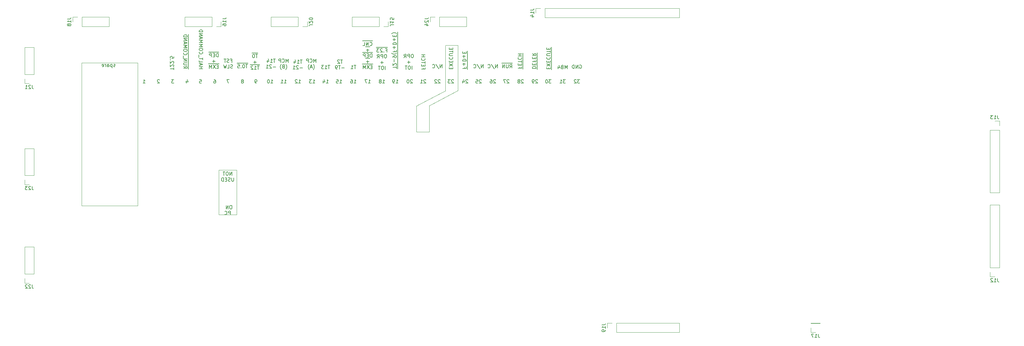
<source format=gbr>
G04 #@! TF.GenerationSoftware,KiCad,Pcbnew,(5.1.10-1-10_14)*
G04 #@! TF.CreationDate,2022-01-31T23:10:13+11:00*
G04 #@! TF.ProjectId,motherboard,6d6f7468-6572-4626-9f61-72642e6b6963,rev?*
G04 #@! TF.SameCoordinates,Original*
G04 #@! TF.FileFunction,Legend,Bot*
G04 #@! TF.FilePolarity,Positive*
%FSLAX46Y46*%
G04 Gerber Fmt 4.6, Leading zero omitted, Abs format (unit mm)*
G04 Created by KiCad (PCBNEW (5.1.10-1-10_14)) date 2022-01-31 23:10:13*
%MOMM*%
%LPD*%
G01*
G04 APERTURE LIST*
%ADD10C,0.150000*%
%ADD11C,0.120000*%
G04 APERTURE END LIST*
D10*
X94345000Y-210717380D02*
X94154523Y-210717380D01*
X94059285Y-210765000D01*
X93964047Y-210860238D01*
X93916428Y-211050714D01*
X93916428Y-211384047D01*
X93964047Y-211574523D01*
X94059285Y-211669761D01*
X94154523Y-211717380D01*
X94345000Y-211717380D01*
X94440238Y-211669761D01*
X94535476Y-211574523D01*
X94583095Y-211384047D01*
X94583095Y-211050714D01*
X94535476Y-210860238D01*
X94440238Y-210765000D01*
X94345000Y-210717380D01*
X93487857Y-211717380D02*
X93487857Y-210717380D01*
X92916428Y-211717380D01*
X92916428Y-210717380D01*
X94106904Y-213367380D02*
X94106904Y-212367380D01*
X93725952Y-212367380D01*
X93630714Y-212415000D01*
X93583095Y-212462619D01*
X93535476Y-212557857D01*
X93535476Y-212700714D01*
X93583095Y-212795952D01*
X93630714Y-212843571D01*
X93725952Y-212891190D01*
X94106904Y-212891190D01*
X92535476Y-213272142D02*
X92583095Y-213319761D01*
X92725952Y-213367380D01*
X92821190Y-213367380D01*
X92964047Y-213319761D01*
X93059285Y-213224523D01*
X93106904Y-213129285D01*
X93154523Y-212938809D01*
X93154523Y-212795952D01*
X93106904Y-212605476D01*
X93059285Y-212510238D01*
X92964047Y-212415000D01*
X92821190Y-212367380D01*
X92725952Y-212367380D01*
X92583095Y-212415000D01*
X92535476Y-212462619D01*
D11*
X95885000Y-213360000D02*
X95885000Y-210185000D01*
X90805000Y-213360000D02*
X95885000Y-213360000D01*
X90805000Y-210185000D02*
X90805000Y-213360000D01*
X95885000Y-200660000D02*
X90805000Y-200660000D01*
X95885000Y-210185000D02*
X95885000Y-200660000D01*
X90805000Y-200660000D02*
X90805000Y-210185000D01*
D10*
X94535476Y-202192380D02*
X94535476Y-201192380D01*
X93964047Y-202192380D01*
X93964047Y-201192380D01*
X93297380Y-201192380D02*
X93106904Y-201192380D01*
X93011666Y-201240000D01*
X92916428Y-201335238D01*
X92868809Y-201525714D01*
X92868809Y-201859047D01*
X92916428Y-202049523D01*
X93011666Y-202144761D01*
X93106904Y-202192380D01*
X93297380Y-202192380D01*
X93392619Y-202144761D01*
X93487857Y-202049523D01*
X93535476Y-201859047D01*
X93535476Y-201525714D01*
X93487857Y-201335238D01*
X93392619Y-201240000D01*
X93297380Y-201192380D01*
X92583095Y-201192380D02*
X92011666Y-201192380D01*
X92297380Y-202192380D02*
X92297380Y-201192380D01*
X95059285Y-202842380D02*
X95059285Y-203651904D01*
X95011666Y-203747142D01*
X94964047Y-203794761D01*
X94868809Y-203842380D01*
X94678333Y-203842380D01*
X94583095Y-203794761D01*
X94535476Y-203747142D01*
X94487857Y-203651904D01*
X94487857Y-202842380D01*
X94059285Y-203794761D02*
X93916428Y-203842380D01*
X93678333Y-203842380D01*
X93583095Y-203794761D01*
X93535476Y-203747142D01*
X93487857Y-203651904D01*
X93487857Y-203556666D01*
X93535476Y-203461428D01*
X93583095Y-203413809D01*
X93678333Y-203366190D01*
X93868809Y-203318571D01*
X93964047Y-203270952D01*
X94011666Y-203223333D01*
X94059285Y-203128095D01*
X94059285Y-203032857D01*
X94011666Y-202937619D01*
X93964047Y-202890000D01*
X93868809Y-202842380D01*
X93630714Y-202842380D01*
X93487857Y-202890000D01*
X93059285Y-203318571D02*
X92725952Y-203318571D01*
X92583095Y-203842380D02*
X93059285Y-203842380D01*
X93059285Y-202842380D01*
X92583095Y-202842380D01*
X92154523Y-203842380D02*
X92154523Y-202842380D01*
X91916428Y-202842380D01*
X91773571Y-202890000D01*
X91678333Y-202985238D01*
X91630714Y-203080476D01*
X91583095Y-203270952D01*
X91583095Y-203413809D01*
X91630714Y-203604285D01*
X91678333Y-203699523D01*
X91773571Y-203794761D01*
X91916428Y-203842380D01*
X92154523Y-203842380D01*
X193293904Y-170823000D02*
X193389142Y-170775380D01*
X193532000Y-170775380D01*
X193674857Y-170823000D01*
X193770095Y-170918238D01*
X193817714Y-171013476D01*
X193865333Y-171203952D01*
X193865333Y-171346809D01*
X193817714Y-171537285D01*
X193770095Y-171632523D01*
X193674857Y-171727761D01*
X193532000Y-171775380D01*
X193436761Y-171775380D01*
X193293904Y-171727761D01*
X193246285Y-171680142D01*
X193246285Y-171346809D01*
X193436761Y-171346809D01*
X192817714Y-171775380D02*
X192817714Y-170775380D01*
X192246285Y-171775380D01*
X192246285Y-170775380D01*
X191770095Y-171775380D02*
X191770095Y-170775380D01*
X191532000Y-170775380D01*
X191389142Y-170823000D01*
X191293904Y-170918238D01*
X191246285Y-171013476D01*
X191198666Y-171203952D01*
X191198666Y-171346809D01*
X191246285Y-171537285D01*
X191293904Y-171632523D01*
X191389142Y-171727761D01*
X191532000Y-171775380D01*
X191770095Y-171775380D01*
X189777523Y-171902380D02*
X189777523Y-170902380D01*
X189444190Y-171616666D01*
X189110857Y-170902380D01*
X189110857Y-171902380D01*
X188301333Y-171378571D02*
X188158476Y-171426190D01*
X188110857Y-171473809D01*
X188063238Y-171569047D01*
X188063238Y-171711904D01*
X188110857Y-171807142D01*
X188158476Y-171854761D01*
X188253714Y-171902380D01*
X188634666Y-171902380D01*
X188634666Y-170902380D01*
X188301333Y-170902380D01*
X188206095Y-170950000D01*
X188158476Y-170997619D01*
X188110857Y-171092857D01*
X188110857Y-171188095D01*
X188158476Y-171283333D01*
X188206095Y-171330952D01*
X188301333Y-171378571D01*
X188634666Y-171378571D01*
X187206095Y-171235714D02*
X187206095Y-171902380D01*
X187444190Y-170854761D02*
X187682285Y-171569047D01*
X187063238Y-171569047D01*
D11*
X158750000Y-165227000D02*
X155194000Y-165227000D01*
X158750000Y-178054000D02*
X158750000Y-165227000D01*
X150622000Y-182372000D02*
X158750000Y-178054000D01*
X150622000Y-189865000D02*
X150622000Y-182372000D01*
X146939000Y-189865000D02*
X150622000Y-189865000D01*
X146939000Y-188976000D02*
X146939000Y-189865000D01*
X146939000Y-182499000D02*
X146939000Y-188976000D01*
X147574000Y-182118000D02*
X146939000Y-182499000D01*
X155194000Y-178181000D02*
X147574000Y-182118000D01*
X155194000Y-165354000D02*
X155194000Y-178181000D01*
D10*
X185319000Y-172148095D02*
X185319000Y-171243333D01*
X184475428Y-171910000D02*
X184475428Y-171576666D01*
X183951619Y-171433809D02*
X183951619Y-171910000D01*
X184951619Y-171910000D01*
X184951619Y-171433809D01*
X185319000Y-171243333D02*
X185319000Y-170290952D01*
X184951619Y-171100476D02*
X183951619Y-170433809D01*
X184951619Y-170433809D02*
X183951619Y-171100476D01*
X185319000Y-170290952D02*
X185319000Y-169386190D01*
X184475428Y-170052857D02*
X184475428Y-169719523D01*
X183951619Y-169576666D02*
X183951619Y-170052857D01*
X184951619Y-170052857D01*
X184951619Y-169576666D01*
X185319000Y-169386190D02*
X185319000Y-168386190D01*
X184046857Y-168576666D02*
X183999238Y-168624285D01*
X183951619Y-168767142D01*
X183951619Y-168862380D01*
X183999238Y-169005238D01*
X184094476Y-169100476D01*
X184189714Y-169148095D01*
X184380190Y-169195714D01*
X184523047Y-169195714D01*
X184713523Y-169148095D01*
X184808761Y-169100476D01*
X184904000Y-169005238D01*
X184951619Y-168862380D01*
X184951619Y-168767142D01*
X184904000Y-168624285D01*
X184856380Y-168576666D01*
X185319000Y-168386190D02*
X185319000Y-167338571D01*
X184951619Y-168148095D02*
X184142095Y-168148095D01*
X184046857Y-168100476D01*
X183999238Y-168052857D01*
X183951619Y-167957619D01*
X183951619Y-167767142D01*
X183999238Y-167671904D01*
X184046857Y-167624285D01*
X184142095Y-167576666D01*
X184951619Y-167576666D01*
X185319000Y-167338571D02*
X185319000Y-166576666D01*
X184951619Y-167243333D02*
X184951619Y-166671904D01*
X183951619Y-166957619D02*
X184951619Y-166957619D01*
X185319000Y-166576666D02*
X185319000Y-165671904D01*
X184475428Y-166338571D02*
X184475428Y-166005238D01*
X183951619Y-165862380D02*
X183951619Y-166338571D01*
X184951619Y-166338571D01*
X184951619Y-165862380D01*
X181255000Y-172005333D02*
X181255000Y-171005333D01*
X179887619Y-171767238D02*
X180887619Y-171767238D01*
X180887619Y-171529142D01*
X180840000Y-171386285D01*
X180744761Y-171291047D01*
X180649523Y-171243428D01*
X180459047Y-171195809D01*
X180316190Y-171195809D01*
X180125714Y-171243428D01*
X180030476Y-171291047D01*
X179935238Y-171386285D01*
X179887619Y-171529142D01*
X179887619Y-171767238D01*
X181255000Y-171005333D02*
X181255000Y-170100571D01*
X180411428Y-170767238D02*
X180411428Y-170433904D01*
X179887619Y-170291047D02*
X179887619Y-170767238D01*
X180887619Y-170767238D01*
X180887619Y-170291047D01*
X181255000Y-170100571D02*
X181255000Y-169243428D01*
X180411428Y-169529142D02*
X180411428Y-169862476D01*
X179887619Y-169862476D02*
X180887619Y-169862476D01*
X180887619Y-169386285D01*
X181255000Y-169243428D02*
X181255000Y-168338666D01*
X180411428Y-169005333D02*
X180411428Y-168672000D01*
X179887619Y-168529142D02*
X179887619Y-169005333D01*
X180887619Y-169005333D01*
X180887619Y-168529142D01*
X181255000Y-168338666D02*
X181255000Y-167338666D01*
X179887619Y-167529142D02*
X180363809Y-167862476D01*
X179887619Y-168100571D02*
X180887619Y-168100571D01*
X180887619Y-167719619D01*
X180840000Y-167624380D01*
X180792380Y-167576761D01*
X180697142Y-167529142D01*
X180554285Y-167529142D01*
X180459047Y-167576761D01*
X180411428Y-167624380D01*
X180363809Y-167719619D01*
X180363809Y-168100571D01*
X177191000Y-171957714D02*
X177191000Y-171100571D01*
X176347428Y-171386285D02*
X176347428Y-171719619D01*
X175823619Y-171719619D02*
X176823619Y-171719619D01*
X176823619Y-171243428D01*
X177191000Y-171100571D02*
X177191000Y-170195809D01*
X176347428Y-170862476D02*
X176347428Y-170529142D01*
X175823619Y-170386285D02*
X175823619Y-170862476D01*
X176823619Y-170862476D01*
X176823619Y-170386285D01*
X177191000Y-170195809D02*
X177191000Y-169433904D01*
X176823619Y-170100571D02*
X176823619Y-169529142D01*
X175823619Y-169814857D02*
X176823619Y-169814857D01*
X177191000Y-169433904D02*
X177191000Y-168433904D01*
X175918857Y-168624380D02*
X175871238Y-168672000D01*
X175823619Y-168814857D01*
X175823619Y-168910095D01*
X175871238Y-169052952D01*
X175966476Y-169148190D01*
X176061714Y-169195809D01*
X176252190Y-169243428D01*
X176395047Y-169243428D01*
X176585523Y-169195809D01*
X176680761Y-169148190D01*
X176776000Y-169052952D01*
X176823619Y-168910095D01*
X176823619Y-168814857D01*
X176776000Y-168672000D01*
X176728380Y-168624380D01*
X177191000Y-168433904D02*
X177191000Y-167386285D01*
X175823619Y-168195809D02*
X176823619Y-168195809D01*
X176347428Y-168195809D02*
X176347428Y-167624380D01*
X175823619Y-167624380D02*
X176823619Y-167624380D01*
X174267619Y-170281000D02*
X173267619Y-170281000D01*
X173458095Y-171648380D02*
X173791428Y-171172190D01*
X174029523Y-171648380D02*
X174029523Y-170648380D01*
X173648571Y-170648380D01*
X173553333Y-170696000D01*
X173505714Y-170743619D01*
X173458095Y-170838857D01*
X173458095Y-170981714D01*
X173505714Y-171076952D01*
X173553333Y-171124571D01*
X173648571Y-171172190D01*
X174029523Y-171172190D01*
X173267619Y-170281000D02*
X172220000Y-170281000D01*
X173029523Y-170648380D02*
X173029523Y-171457904D01*
X172981904Y-171553142D01*
X172934285Y-171600761D01*
X172839047Y-171648380D01*
X172648571Y-171648380D01*
X172553333Y-171600761D01*
X172505714Y-171553142D01*
X172458095Y-171457904D01*
X172458095Y-170648380D01*
X172220000Y-170281000D02*
X171172380Y-170281000D01*
X171981904Y-171648380D02*
X171981904Y-170648380D01*
X171410476Y-171648380D01*
X171410476Y-170648380D01*
X169965523Y-171648380D02*
X169965523Y-170648380D01*
X169394095Y-171648380D01*
X169394095Y-170648380D01*
X168203619Y-170600761D02*
X169060761Y-171886476D01*
X167298857Y-171553142D02*
X167346476Y-171600761D01*
X167489333Y-171648380D01*
X167584571Y-171648380D01*
X167727428Y-171600761D01*
X167822666Y-171505523D01*
X167870285Y-171410285D01*
X167917904Y-171219809D01*
X167917904Y-171076952D01*
X167870285Y-170886476D01*
X167822666Y-170791238D01*
X167727428Y-170696000D01*
X167584571Y-170648380D01*
X167489333Y-170648380D01*
X167346476Y-170696000D01*
X167298857Y-170743619D01*
X165901523Y-171648380D02*
X165901523Y-170648380D01*
X165330095Y-171648380D01*
X165330095Y-170648380D01*
X164139619Y-170600761D02*
X164996761Y-171886476D01*
X163234857Y-171553142D02*
X163282476Y-171600761D01*
X163425333Y-171648380D01*
X163520571Y-171648380D01*
X163663428Y-171600761D01*
X163758666Y-171505523D01*
X163806285Y-171410285D01*
X163853904Y-171219809D01*
X163853904Y-171076952D01*
X163806285Y-170886476D01*
X163758666Y-170791238D01*
X163663428Y-170696000D01*
X163520571Y-170648380D01*
X163425333Y-170648380D01*
X163282476Y-170696000D01*
X163234857Y-170743619D01*
X161443000Y-172037047D02*
X161443000Y-171179904D01*
X160599428Y-171465619D02*
X160599428Y-171798952D01*
X160075619Y-171798952D02*
X161075619Y-171798952D01*
X161075619Y-171322761D01*
X161443000Y-171179904D02*
X161443000Y-169941809D01*
X160456571Y-170941809D02*
X160456571Y-170179904D01*
X160075619Y-170560857D02*
X160837523Y-170560857D01*
X161443000Y-169941809D02*
X161443000Y-168941809D01*
X160075619Y-169703714D02*
X161075619Y-169703714D01*
X161075619Y-169465619D01*
X161028000Y-169322761D01*
X160932761Y-169227523D01*
X160837523Y-169179904D01*
X160647047Y-169132285D01*
X160504190Y-169132285D01*
X160313714Y-169179904D01*
X160218476Y-169227523D01*
X160123238Y-169322761D01*
X160075619Y-169465619D01*
X160075619Y-169703714D01*
X161443000Y-168941809D02*
X161443000Y-167703714D01*
X160456571Y-168703714D02*
X160456571Y-167941809D01*
X160075619Y-168322761D02*
X160837523Y-168322761D01*
X161443000Y-167703714D02*
X161443000Y-166798952D01*
X160599428Y-167465619D02*
X160599428Y-167132285D01*
X160075619Y-166989428D02*
X160075619Y-167465619D01*
X161075619Y-167465619D01*
X161075619Y-166989428D01*
X156789428Y-171910000D02*
X156789428Y-171576666D01*
X156265619Y-171433809D02*
X156265619Y-171910000D01*
X157265619Y-171910000D01*
X157265619Y-171433809D01*
X157265619Y-171100476D02*
X156265619Y-170433809D01*
X157265619Y-170433809D02*
X156265619Y-171100476D01*
X156789428Y-170052857D02*
X156789428Y-169719523D01*
X156265619Y-169576666D02*
X156265619Y-170052857D01*
X157265619Y-170052857D01*
X157265619Y-169576666D01*
X156360857Y-168576666D02*
X156313238Y-168624285D01*
X156265619Y-168767142D01*
X156265619Y-168862380D01*
X156313238Y-169005238D01*
X156408476Y-169100476D01*
X156503714Y-169148095D01*
X156694190Y-169195714D01*
X156837047Y-169195714D01*
X157027523Y-169148095D01*
X157122761Y-169100476D01*
X157218000Y-169005238D01*
X157265619Y-168862380D01*
X157265619Y-168767142D01*
X157218000Y-168624285D01*
X157170380Y-168576666D01*
X157265619Y-168148095D02*
X156456095Y-168148095D01*
X156360857Y-168100476D01*
X156313238Y-168052857D01*
X156265619Y-167957619D01*
X156265619Y-167767142D01*
X156313238Y-167671904D01*
X156360857Y-167624285D01*
X156456095Y-167576666D01*
X157265619Y-167576666D01*
X157265619Y-167243333D02*
X157265619Y-166671904D01*
X156265619Y-166957619D02*
X157265619Y-166957619D01*
X156789428Y-166338571D02*
X156789428Y-166005238D01*
X156265619Y-165862380D02*
X156265619Y-166338571D01*
X157265619Y-166338571D01*
X157265619Y-165862380D01*
X154217523Y-171648380D02*
X154217523Y-170648380D01*
X153646095Y-171648380D01*
X153646095Y-170648380D01*
X152455619Y-170600761D02*
X153312761Y-171886476D01*
X151550857Y-171553142D02*
X151598476Y-171600761D01*
X151741333Y-171648380D01*
X151836571Y-171648380D01*
X151979428Y-171600761D01*
X152074666Y-171505523D01*
X152122285Y-171410285D01*
X152169904Y-171219809D01*
X152169904Y-171076952D01*
X152122285Y-170886476D01*
X152074666Y-170791238D01*
X151979428Y-170696000D01*
X151836571Y-170648380D01*
X151741333Y-170648380D01*
X151598476Y-170696000D01*
X151550857Y-170743619D01*
X148915428Y-171640285D02*
X148915428Y-171973619D01*
X148391619Y-171973619D02*
X149391619Y-171973619D01*
X149391619Y-171497428D01*
X148915428Y-171116476D02*
X148915428Y-170783142D01*
X148391619Y-170640285D02*
X148391619Y-171116476D01*
X149391619Y-171116476D01*
X149391619Y-170640285D01*
X149391619Y-170354571D02*
X149391619Y-169783142D01*
X148391619Y-170068857D02*
X149391619Y-170068857D01*
X148486857Y-168878380D02*
X148439238Y-168926000D01*
X148391619Y-169068857D01*
X148391619Y-169164095D01*
X148439238Y-169306952D01*
X148534476Y-169402190D01*
X148629714Y-169449809D01*
X148820190Y-169497428D01*
X148963047Y-169497428D01*
X149153523Y-169449809D01*
X149248761Y-169402190D01*
X149344000Y-169306952D01*
X149391619Y-169164095D01*
X149391619Y-169068857D01*
X149344000Y-168926000D01*
X149296380Y-168878380D01*
X148391619Y-168449809D02*
X149391619Y-168449809D01*
X148915428Y-168449809D02*
X148915428Y-167878380D01*
X148391619Y-167878380D02*
X149391619Y-167878380D01*
X138779047Y-165774000D02*
X137921904Y-165774000D01*
X138207619Y-166617571D02*
X138540952Y-166617571D01*
X138540952Y-167141380D02*
X138540952Y-166141380D01*
X138064761Y-166141380D01*
X137921904Y-165774000D02*
X137445714Y-165774000D01*
X137683809Y-167046142D02*
X137636190Y-167093761D01*
X137683809Y-167141380D01*
X137731428Y-167093761D01*
X137683809Y-167046142D01*
X137683809Y-167141380D01*
X137445714Y-165774000D02*
X136493333Y-165774000D01*
X137255238Y-166236619D02*
X137207619Y-166189000D01*
X137112380Y-166141380D01*
X136874285Y-166141380D01*
X136779047Y-166189000D01*
X136731428Y-166236619D01*
X136683809Y-166331857D01*
X136683809Y-166427095D01*
X136731428Y-166569952D01*
X137302857Y-167141380D01*
X136683809Y-167141380D01*
X136493333Y-165774000D02*
X135540952Y-165774000D01*
X136350476Y-166141380D02*
X135731428Y-166141380D01*
X136064761Y-166522333D01*
X135921904Y-166522333D01*
X135826666Y-166569952D01*
X135779047Y-166617571D01*
X135731428Y-166712809D01*
X135731428Y-166950904D01*
X135779047Y-167046142D01*
X135826666Y-167093761D01*
X135921904Y-167141380D01*
X136207619Y-167141380D01*
X136302857Y-167093761D01*
X136350476Y-167046142D01*
X138255238Y-167791380D02*
X138064761Y-167791380D01*
X137969523Y-167839000D01*
X137874285Y-167934238D01*
X137826666Y-168124714D01*
X137826666Y-168458047D01*
X137874285Y-168648523D01*
X137969523Y-168743761D01*
X138064761Y-168791380D01*
X138255238Y-168791380D01*
X138350476Y-168743761D01*
X138445714Y-168648523D01*
X138493333Y-168458047D01*
X138493333Y-168124714D01*
X138445714Y-167934238D01*
X138350476Y-167839000D01*
X138255238Y-167791380D01*
X137398095Y-168791380D02*
X137398095Y-167791380D01*
X137017142Y-167791380D01*
X136921904Y-167839000D01*
X136874285Y-167886619D01*
X136826666Y-167981857D01*
X136826666Y-168124714D01*
X136874285Y-168219952D01*
X136921904Y-168267571D01*
X137017142Y-168315190D01*
X137398095Y-168315190D01*
X135826666Y-168791380D02*
X136160000Y-168315190D01*
X136398095Y-168791380D02*
X136398095Y-167791380D01*
X136017142Y-167791380D01*
X135921904Y-167839000D01*
X135874285Y-167886619D01*
X135826666Y-167981857D01*
X135826666Y-168124714D01*
X135874285Y-168219952D01*
X135921904Y-168267571D01*
X136017142Y-168315190D01*
X136398095Y-168315190D01*
X137540952Y-170060428D02*
X136779047Y-170060428D01*
X137160000Y-170441380D02*
X137160000Y-169679476D01*
X138064761Y-172091380D02*
X138064761Y-171091380D01*
X137398095Y-171091380D02*
X137207619Y-171091380D01*
X137112380Y-171139000D01*
X137017142Y-171234238D01*
X136969523Y-171424714D01*
X136969523Y-171758047D01*
X137017142Y-171948523D01*
X137112380Y-172043761D01*
X137207619Y-172091380D01*
X137398095Y-172091380D01*
X137493333Y-172043761D01*
X137588571Y-171948523D01*
X137636190Y-171758047D01*
X137636190Y-171424714D01*
X137588571Y-171234238D01*
X137493333Y-171139000D01*
X137398095Y-171091380D01*
X136683809Y-171091380D02*
X136112380Y-171091380D01*
X136398095Y-172091380D02*
X136398095Y-171091380D01*
X145875238Y-167728380D02*
X145684761Y-167728380D01*
X145589523Y-167776000D01*
X145494285Y-167871238D01*
X145446666Y-168061714D01*
X145446666Y-168395047D01*
X145494285Y-168585523D01*
X145589523Y-168680761D01*
X145684761Y-168728380D01*
X145875238Y-168728380D01*
X145970476Y-168680761D01*
X146065714Y-168585523D01*
X146113333Y-168395047D01*
X146113333Y-168061714D01*
X146065714Y-167871238D01*
X145970476Y-167776000D01*
X145875238Y-167728380D01*
X145018095Y-168728380D02*
X145018095Y-167728380D01*
X144637142Y-167728380D01*
X144541904Y-167776000D01*
X144494285Y-167823619D01*
X144446666Y-167918857D01*
X144446666Y-168061714D01*
X144494285Y-168156952D01*
X144541904Y-168204571D01*
X144637142Y-168252190D01*
X145018095Y-168252190D01*
X143446666Y-168728380D02*
X143780000Y-168252190D01*
X144018095Y-168728380D02*
X144018095Y-167728380D01*
X143637142Y-167728380D01*
X143541904Y-167776000D01*
X143494285Y-167823619D01*
X143446666Y-167918857D01*
X143446666Y-168061714D01*
X143494285Y-168156952D01*
X143541904Y-168204571D01*
X143637142Y-168252190D01*
X144018095Y-168252190D01*
X145160952Y-169997428D02*
X144399047Y-169997428D01*
X144780000Y-170378380D02*
X144780000Y-169616476D01*
X145684761Y-172028380D02*
X145684761Y-171028380D01*
X145018095Y-171028380D02*
X144827619Y-171028380D01*
X144732380Y-171076000D01*
X144637142Y-171171238D01*
X144589523Y-171361714D01*
X144589523Y-171695047D01*
X144637142Y-171885523D01*
X144732380Y-171980761D01*
X144827619Y-172028380D01*
X145018095Y-172028380D01*
X145113333Y-171980761D01*
X145208571Y-171885523D01*
X145256190Y-171695047D01*
X145256190Y-171361714D01*
X145208571Y-171171238D01*
X145113333Y-171076000D01*
X145018095Y-171028380D01*
X144303809Y-171028380D02*
X143732380Y-171028380D01*
X144018095Y-172028380D02*
X144018095Y-171028380D01*
X141631000Y-171862095D02*
X141631000Y-171100190D01*
X141263619Y-171766857D02*
X141263619Y-171195428D01*
X140263619Y-171481142D02*
X141263619Y-171481142D01*
X141631000Y-171100190D02*
X141631000Y-170147809D01*
X141168380Y-170909714D02*
X141216000Y-170862095D01*
X141263619Y-170766857D01*
X141263619Y-170528761D01*
X141216000Y-170433523D01*
X141168380Y-170385904D01*
X141073142Y-170338285D01*
X140977904Y-170338285D01*
X140835047Y-170385904D01*
X140263619Y-170957333D01*
X140263619Y-170338285D01*
X141631000Y-170147809D02*
X141631000Y-168909714D01*
X140644571Y-169909714D02*
X140644571Y-169147809D01*
X141631000Y-168909714D02*
X141631000Y-167957333D01*
X140263619Y-168624000D02*
X140263619Y-168433523D01*
X140311238Y-168338285D01*
X140358857Y-168290666D01*
X140501714Y-168195428D01*
X140692190Y-168147809D01*
X141073142Y-168147809D01*
X141168380Y-168195428D01*
X141216000Y-168243047D01*
X141263619Y-168338285D01*
X141263619Y-168528761D01*
X141216000Y-168624000D01*
X141168380Y-168671619D01*
X141073142Y-168719238D01*
X140835047Y-168719238D01*
X140739809Y-168671619D01*
X140692190Y-168624000D01*
X140644571Y-168528761D01*
X140644571Y-168338285D01*
X140692190Y-168243047D01*
X140739809Y-168195428D01*
X140835047Y-168147809D01*
X141631000Y-167957333D02*
X141631000Y-167290666D01*
X139882666Y-167433523D02*
X139930285Y-167481142D01*
X140073142Y-167576380D01*
X140168380Y-167624000D01*
X140311238Y-167671619D01*
X140549333Y-167719238D01*
X140739809Y-167719238D01*
X140977904Y-167671619D01*
X141120761Y-167624000D01*
X141216000Y-167576380D01*
X141358857Y-167481142D01*
X141406476Y-167433523D01*
X141631000Y-167290666D02*
X141631000Y-166433523D01*
X140787428Y-166719238D02*
X140787428Y-167052571D01*
X140263619Y-167052571D02*
X141263619Y-167052571D01*
X141263619Y-166576380D01*
X141631000Y-166433523D02*
X141631000Y-165195428D01*
X140644571Y-166195428D02*
X140644571Y-165433523D01*
X140263619Y-165814476D02*
X141025523Y-165814476D01*
X141631000Y-165195428D02*
X141631000Y-164195428D01*
X140263619Y-164957333D02*
X141263619Y-164957333D01*
X141263619Y-164719238D01*
X141216000Y-164576380D01*
X141120761Y-164481142D01*
X141025523Y-164433523D01*
X140835047Y-164385904D01*
X140692190Y-164385904D01*
X140501714Y-164433523D01*
X140406476Y-164481142D01*
X140311238Y-164576380D01*
X140263619Y-164719238D01*
X140263619Y-164957333D01*
X141631000Y-164195428D02*
X141631000Y-162957333D01*
X140644571Y-163957333D02*
X140644571Y-163195428D01*
X140263619Y-163576380D02*
X141025523Y-163576380D01*
X141631000Y-162957333D02*
X141631000Y-162052571D01*
X140787428Y-162719238D02*
X140787428Y-162385904D01*
X140263619Y-162243047D02*
X140263619Y-162719238D01*
X141263619Y-162719238D01*
X141263619Y-162243047D01*
X141631000Y-162052571D02*
X141631000Y-161385904D01*
X139882666Y-161909714D02*
X139930285Y-161862095D01*
X140073142Y-161766857D01*
X140168380Y-161719238D01*
X140311238Y-161671619D01*
X140549333Y-161624000D01*
X140739809Y-161624000D01*
X140977904Y-161671619D01*
X141120761Y-161719238D01*
X141216000Y-161766857D01*
X141358857Y-161862095D01*
X141406476Y-161909714D01*
X129793904Y-170902380D02*
X129222476Y-170902380D01*
X129508190Y-171902380D02*
X129508190Y-170902380D01*
X128365333Y-171902380D02*
X128936761Y-171902380D01*
X128651047Y-171902380D02*
X128651047Y-170902380D01*
X128746285Y-171045238D01*
X128841523Y-171140476D01*
X128936761Y-171188095D01*
X125983904Y-169315380D02*
X125412476Y-169315380D01*
X125698190Y-170315380D02*
X125698190Y-169315380D01*
X125126761Y-169410619D02*
X125079142Y-169363000D01*
X124983904Y-169315380D01*
X124745809Y-169315380D01*
X124650571Y-169363000D01*
X124602952Y-169410619D01*
X124555333Y-169505857D01*
X124555333Y-169601095D01*
X124602952Y-169743952D01*
X125174380Y-170315380D01*
X124555333Y-170315380D01*
X126460095Y-171584428D02*
X125698190Y-171584428D01*
X125364857Y-170965380D02*
X124793428Y-170965380D01*
X125079142Y-171965380D02*
X125079142Y-170965380D01*
X124412476Y-171965380D02*
X124222000Y-171965380D01*
X124126761Y-171917761D01*
X124079142Y-171870142D01*
X123983904Y-171727285D01*
X123936285Y-171536809D01*
X123936285Y-171155857D01*
X123983904Y-171060619D01*
X124031523Y-171013000D01*
X124126761Y-170965380D01*
X124317238Y-170965380D01*
X124412476Y-171013000D01*
X124460095Y-171060619D01*
X124507714Y-171155857D01*
X124507714Y-171393952D01*
X124460095Y-171489190D01*
X124412476Y-171536809D01*
X124317238Y-171584428D01*
X124126761Y-171584428D01*
X124031523Y-171536809D01*
X123983904Y-171489190D01*
X123936285Y-171393952D01*
X122396095Y-170902380D02*
X121824666Y-170902380D01*
X122110380Y-171902380D02*
X122110380Y-170902380D01*
X120967523Y-171902380D02*
X121538952Y-171902380D01*
X121253238Y-171902380D02*
X121253238Y-170902380D01*
X121348476Y-171045238D01*
X121443714Y-171140476D01*
X121538952Y-171188095D01*
X120634190Y-170902380D02*
X120015142Y-170902380D01*
X120348476Y-171283333D01*
X120205619Y-171283333D01*
X120110380Y-171330952D01*
X120062761Y-171378571D01*
X120015142Y-171473809D01*
X120015142Y-171711904D01*
X120062761Y-171807142D01*
X120110380Y-171854761D01*
X120205619Y-171902380D01*
X120491333Y-171902380D01*
X120586571Y-171854761D01*
X120634190Y-171807142D01*
X193341523Y-174966380D02*
X192722476Y-174966380D01*
X193055809Y-175347333D01*
X192912952Y-175347333D01*
X192817714Y-175394952D01*
X192770095Y-175442571D01*
X192722476Y-175537809D01*
X192722476Y-175775904D01*
X192770095Y-175871142D01*
X192817714Y-175918761D01*
X192912952Y-175966380D01*
X193198666Y-175966380D01*
X193293904Y-175918761D01*
X193341523Y-175871142D01*
X192341523Y-175061619D02*
X192293904Y-175014000D01*
X192198666Y-174966380D01*
X191960571Y-174966380D01*
X191865333Y-175014000D01*
X191817714Y-175061619D01*
X191770095Y-175156857D01*
X191770095Y-175252095D01*
X191817714Y-175394952D01*
X192389142Y-175966380D01*
X191770095Y-175966380D01*
X189277523Y-174966380D02*
X188658476Y-174966380D01*
X188991809Y-175347333D01*
X188848952Y-175347333D01*
X188753714Y-175394952D01*
X188706095Y-175442571D01*
X188658476Y-175537809D01*
X188658476Y-175775904D01*
X188706095Y-175871142D01*
X188753714Y-175918761D01*
X188848952Y-175966380D01*
X189134666Y-175966380D01*
X189229904Y-175918761D01*
X189277523Y-175871142D01*
X187706095Y-175966380D02*
X188277523Y-175966380D01*
X187991809Y-175966380D02*
X187991809Y-174966380D01*
X188087047Y-175109238D01*
X188182285Y-175204476D01*
X188277523Y-175252095D01*
X185213523Y-174966380D02*
X184594476Y-174966380D01*
X184927809Y-175347333D01*
X184784952Y-175347333D01*
X184689714Y-175394952D01*
X184642095Y-175442571D01*
X184594476Y-175537809D01*
X184594476Y-175775904D01*
X184642095Y-175871142D01*
X184689714Y-175918761D01*
X184784952Y-175966380D01*
X185070666Y-175966380D01*
X185165904Y-175918761D01*
X185213523Y-175871142D01*
X183975428Y-174966380D02*
X183880190Y-174966380D01*
X183784952Y-175014000D01*
X183737333Y-175061619D01*
X183689714Y-175156857D01*
X183642095Y-175347333D01*
X183642095Y-175585428D01*
X183689714Y-175775904D01*
X183737333Y-175871142D01*
X183784952Y-175918761D01*
X183880190Y-175966380D01*
X183975428Y-175966380D01*
X184070666Y-175918761D01*
X184118285Y-175871142D01*
X184165904Y-175775904D01*
X184213523Y-175585428D01*
X184213523Y-175347333D01*
X184165904Y-175156857D01*
X184118285Y-175061619D01*
X184070666Y-175014000D01*
X183975428Y-174966380D01*
X181355904Y-175061619D02*
X181308285Y-175014000D01*
X181213047Y-174966380D01*
X180974952Y-174966380D01*
X180879714Y-175014000D01*
X180832095Y-175061619D01*
X180784476Y-175156857D01*
X180784476Y-175252095D01*
X180832095Y-175394952D01*
X181403523Y-175966380D01*
X180784476Y-175966380D01*
X180308285Y-175966380D02*
X180117809Y-175966380D01*
X180022571Y-175918761D01*
X179974952Y-175871142D01*
X179879714Y-175728285D01*
X179832095Y-175537809D01*
X179832095Y-175156857D01*
X179879714Y-175061619D01*
X179927333Y-175014000D01*
X180022571Y-174966380D01*
X180213047Y-174966380D01*
X180308285Y-175014000D01*
X180355904Y-175061619D01*
X180403523Y-175156857D01*
X180403523Y-175394952D01*
X180355904Y-175490190D01*
X180308285Y-175537809D01*
X180213047Y-175585428D01*
X180022571Y-175585428D01*
X179927333Y-175537809D01*
X179879714Y-175490190D01*
X179832095Y-175394952D01*
X177291904Y-175061619D02*
X177244285Y-175014000D01*
X177149047Y-174966380D01*
X176910952Y-174966380D01*
X176815714Y-175014000D01*
X176768095Y-175061619D01*
X176720476Y-175156857D01*
X176720476Y-175252095D01*
X176768095Y-175394952D01*
X177339523Y-175966380D01*
X176720476Y-175966380D01*
X176149047Y-175394952D02*
X176244285Y-175347333D01*
X176291904Y-175299714D01*
X176339523Y-175204476D01*
X176339523Y-175156857D01*
X176291904Y-175061619D01*
X176244285Y-175014000D01*
X176149047Y-174966380D01*
X175958571Y-174966380D01*
X175863333Y-175014000D01*
X175815714Y-175061619D01*
X175768095Y-175156857D01*
X175768095Y-175204476D01*
X175815714Y-175299714D01*
X175863333Y-175347333D01*
X175958571Y-175394952D01*
X176149047Y-175394952D01*
X176244285Y-175442571D01*
X176291904Y-175490190D01*
X176339523Y-175585428D01*
X176339523Y-175775904D01*
X176291904Y-175871142D01*
X176244285Y-175918761D01*
X176149047Y-175966380D01*
X175958571Y-175966380D01*
X175863333Y-175918761D01*
X175815714Y-175871142D01*
X175768095Y-175775904D01*
X175768095Y-175585428D01*
X175815714Y-175490190D01*
X175863333Y-175442571D01*
X175958571Y-175394952D01*
X173227904Y-175061619D02*
X173180285Y-175014000D01*
X173085047Y-174966380D01*
X172846952Y-174966380D01*
X172751714Y-175014000D01*
X172704095Y-175061619D01*
X172656476Y-175156857D01*
X172656476Y-175252095D01*
X172704095Y-175394952D01*
X173275523Y-175966380D01*
X172656476Y-175966380D01*
X172323142Y-174966380D02*
X171656476Y-174966380D01*
X172085047Y-175966380D01*
X169417904Y-175061619D02*
X169370285Y-175014000D01*
X169275047Y-174966380D01*
X169036952Y-174966380D01*
X168941714Y-175014000D01*
X168894095Y-175061619D01*
X168846476Y-175156857D01*
X168846476Y-175252095D01*
X168894095Y-175394952D01*
X169465523Y-175966380D01*
X168846476Y-175966380D01*
X167989333Y-174966380D02*
X168179809Y-174966380D01*
X168275047Y-175014000D01*
X168322666Y-175061619D01*
X168417904Y-175204476D01*
X168465523Y-175394952D01*
X168465523Y-175775904D01*
X168417904Y-175871142D01*
X168370285Y-175918761D01*
X168275047Y-175966380D01*
X168084571Y-175966380D01*
X167989333Y-175918761D01*
X167941714Y-175871142D01*
X167894095Y-175775904D01*
X167894095Y-175537809D01*
X167941714Y-175442571D01*
X167989333Y-175394952D01*
X168084571Y-175347333D01*
X168275047Y-175347333D01*
X168370285Y-175394952D01*
X168417904Y-175442571D01*
X168465523Y-175537809D01*
X165353904Y-175061619D02*
X165306285Y-175014000D01*
X165211047Y-174966380D01*
X164972952Y-174966380D01*
X164877714Y-175014000D01*
X164830095Y-175061619D01*
X164782476Y-175156857D01*
X164782476Y-175252095D01*
X164830095Y-175394952D01*
X165401523Y-175966380D01*
X164782476Y-175966380D01*
X163877714Y-174966380D02*
X164353904Y-174966380D01*
X164401523Y-175442571D01*
X164353904Y-175394952D01*
X164258666Y-175347333D01*
X164020571Y-175347333D01*
X163925333Y-175394952D01*
X163877714Y-175442571D01*
X163830095Y-175537809D01*
X163830095Y-175775904D01*
X163877714Y-175871142D01*
X163925333Y-175918761D01*
X164020571Y-175966380D01*
X164258666Y-175966380D01*
X164353904Y-175918761D01*
X164401523Y-175871142D01*
X161543904Y-175061619D02*
X161496285Y-175014000D01*
X161401047Y-174966380D01*
X161162952Y-174966380D01*
X161067714Y-175014000D01*
X161020095Y-175061619D01*
X160972476Y-175156857D01*
X160972476Y-175252095D01*
X161020095Y-175394952D01*
X161591523Y-175966380D01*
X160972476Y-175966380D01*
X160115333Y-175299714D02*
X160115333Y-175966380D01*
X160353428Y-174918761D02*
X160591523Y-175633047D01*
X159972476Y-175633047D01*
X157479904Y-175061619D02*
X157432285Y-175014000D01*
X157337047Y-174966380D01*
X157098952Y-174966380D01*
X157003714Y-175014000D01*
X156956095Y-175061619D01*
X156908476Y-175156857D01*
X156908476Y-175252095D01*
X156956095Y-175394952D01*
X157527523Y-175966380D01*
X156908476Y-175966380D01*
X156575142Y-174966380D02*
X155956095Y-174966380D01*
X156289428Y-175347333D01*
X156146571Y-175347333D01*
X156051333Y-175394952D01*
X156003714Y-175442571D01*
X155956095Y-175537809D01*
X155956095Y-175775904D01*
X156003714Y-175871142D01*
X156051333Y-175918761D01*
X156146571Y-175966380D01*
X156432285Y-175966380D01*
X156527523Y-175918761D01*
X156575142Y-175871142D01*
X153669904Y-175061619D02*
X153622285Y-175014000D01*
X153527047Y-174966380D01*
X153288952Y-174966380D01*
X153193714Y-175014000D01*
X153146095Y-175061619D01*
X153098476Y-175156857D01*
X153098476Y-175252095D01*
X153146095Y-175394952D01*
X153717523Y-175966380D01*
X153098476Y-175966380D01*
X152717523Y-175061619D02*
X152669904Y-175014000D01*
X152574666Y-174966380D01*
X152336571Y-174966380D01*
X152241333Y-175014000D01*
X152193714Y-175061619D01*
X152146095Y-175156857D01*
X152146095Y-175252095D01*
X152193714Y-175394952D01*
X152765142Y-175966380D01*
X152146095Y-175966380D01*
X149605904Y-175061619D02*
X149558285Y-175014000D01*
X149463047Y-174966380D01*
X149224952Y-174966380D01*
X149129714Y-175014000D01*
X149082095Y-175061619D01*
X149034476Y-175156857D01*
X149034476Y-175252095D01*
X149082095Y-175394952D01*
X149653523Y-175966380D01*
X149034476Y-175966380D01*
X148082095Y-175966380D02*
X148653523Y-175966380D01*
X148367809Y-175966380D02*
X148367809Y-174966380D01*
X148463047Y-175109238D01*
X148558285Y-175204476D01*
X148653523Y-175252095D01*
X145795904Y-175061619D02*
X145748285Y-175014000D01*
X145653047Y-174966380D01*
X145414952Y-174966380D01*
X145319714Y-175014000D01*
X145272095Y-175061619D01*
X145224476Y-175156857D01*
X145224476Y-175252095D01*
X145272095Y-175394952D01*
X145843523Y-175966380D01*
X145224476Y-175966380D01*
X144605428Y-174966380D02*
X144510190Y-174966380D01*
X144414952Y-175014000D01*
X144367333Y-175061619D01*
X144319714Y-175156857D01*
X144272095Y-175347333D01*
X144272095Y-175585428D01*
X144319714Y-175775904D01*
X144367333Y-175871142D01*
X144414952Y-175918761D01*
X144510190Y-175966380D01*
X144605428Y-175966380D01*
X144700666Y-175918761D01*
X144748285Y-175871142D01*
X144795904Y-175775904D01*
X144843523Y-175585428D01*
X144843523Y-175347333D01*
X144795904Y-175156857D01*
X144748285Y-175061619D01*
X144700666Y-175014000D01*
X144605428Y-174966380D01*
X141160476Y-175966380D02*
X141731904Y-175966380D01*
X141446190Y-175966380D02*
X141446190Y-174966380D01*
X141541428Y-175109238D01*
X141636666Y-175204476D01*
X141731904Y-175252095D01*
X140684285Y-175966380D02*
X140493809Y-175966380D01*
X140398571Y-175918761D01*
X140350952Y-175871142D01*
X140255714Y-175728285D01*
X140208095Y-175537809D01*
X140208095Y-175156857D01*
X140255714Y-175061619D01*
X140303333Y-175014000D01*
X140398571Y-174966380D01*
X140589047Y-174966380D01*
X140684285Y-175014000D01*
X140731904Y-175061619D01*
X140779523Y-175156857D01*
X140779523Y-175394952D01*
X140731904Y-175490190D01*
X140684285Y-175537809D01*
X140589047Y-175585428D01*
X140398571Y-175585428D01*
X140303333Y-175537809D01*
X140255714Y-175490190D01*
X140208095Y-175394952D01*
X137350476Y-175966380D02*
X137921904Y-175966380D01*
X137636190Y-175966380D02*
X137636190Y-174966380D01*
X137731428Y-175109238D01*
X137826666Y-175204476D01*
X137921904Y-175252095D01*
X136779047Y-175394952D02*
X136874285Y-175347333D01*
X136921904Y-175299714D01*
X136969523Y-175204476D01*
X136969523Y-175156857D01*
X136921904Y-175061619D01*
X136874285Y-175014000D01*
X136779047Y-174966380D01*
X136588571Y-174966380D01*
X136493333Y-175014000D01*
X136445714Y-175061619D01*
X136398095Y-175156857D01*
X136398095Y-175204476D01*
X136445714Y-175299714D01*
X136493333Y-175347333D01*
X136588571Y-175394952D01*
X136779047Y-175394952D01*
X136874285Y-175442571D01*
X136921904Y-175490190D01*
X136969523Y-175585428D01*
X136969523Y-175775904D01*
X136921904Y-175871142D01*
X136874285Y-175918761D01*
X136779047Y-175966380D01*
X136588571Y-175966380D01*
X136493333Y-175918761D01*
X136445714Y-175871142D01*
X136398095Y-175775904D01*
X136398095Y-175585428D01*
X136445714Y-175490190D01*
X136493333Y-175442571D01*
X136588571Y-175394952D01*
X133286476Y-175966380D02*
X133857904Y-175966380D01*
X133572190Y-175966380D02*
X133572190Y-174966380D01*
X133667428Y-175109238D01*
X133762666Y-175204476D01*
X133857904Y-175252095D01*
X132953142Y-174966380D02*
X132286476Y-174966380D01*
X132715047Y-175966380D01*
X129222476Y-175966380D02*
X129793904Y-175966380D01*
X129508190Y-175966380D02*
X129508190Y-174966380D01*
X129603428Y-175109238D01*
X129698666Y-175204476D01*
X129793904Y-175252095D01*
X128365333Y-174966380D02*
X128555809Y-174966380D01*
X128651047Y-175014000D01*
X128698666Y-175061619D01*
X128793904Y-175204476D01*
X128841523Y-175394952D01*
X128841523Y-175775904D01*
X128793904Y-175871142D01*
X128746285Y-175918761D01*
X128651047Y-175966380D01*
X128460571Y-175966380D01*
X128365333Y-175918761D01*
X128317714Y-175871142D01*
X128270095Y-175775904D01*
X128270095Y-175537809D01*
X128317714Y-175442571D01*
X128365333Y-175394952D01*
X128460571Y-175347333D01*
X128651047Y-175347333D01*
X128746285Y-175394952D01*
X128793904Y-175442571D01*
X128841523Y-175537809D01*
X125158476Y-175966380D02*
X125729904Y-175966380D01*
X125444190Y-175966380D02*
X125444190Y-174966380D01*
X125539428Y-175109238D01*
X125634666Y-175204476D01*
X125729904Y-175252095D01*
X124253714Y-174966380D02*
X124729904Y-174966380D01*
X124777523Y-175442571D01*
X124729904Y-175394952D01*
X124634666Y-175347333D01*
X124396571Y-175347333D01*
X124301333Y-175394952D01*
X124253714Y-175442571D01*
X124206095Y-175537809D01*
X124206095Y-175775904D01*
X124253714Y-175871142D01*
X124301333Y-175918761D01*
X124396571Y-175966380D01*
X124634666Y-175966380D01*
X124729904Y-175918761D01*
X124777523Y-175871142D01*
X121348476Y-175966380D02*
X121919904Y-175966380D01*
X121634190Y-175966380D02*
X121634190Y-174966380D01*
X121729428Y-175109238D01*
X121824666Y-175204476D01*
X121919904Y-175252095D01*
X120491333Y-175299714D02*
X120491333Y-175966380D01*
X120729428Y-174918761D02*
X120967523Y-175633047D01*
X120348476Y-175633047D01*
X117538476Y-175966380D02*
X118109904Y-175966380D01*
X117824190Y-175966380D02*
X117824190Y-174966380D01*
X117919428Y-175109238D01*
X118014666Y-175204476D01*
X118109904Y-175252095D01*
X117205142Y-174966380D02*
X116586095Y-174966380D01*
X116919428Y-175347333D01*
X116776571Y-175347333D01*
X116681333Y-175394952D01*
X116633714Y-175442571D01*
X116586095Y-175537809D01*
X116586095Y-175775904D01*
X116633714Y-175871142D01*
X116681333Y-175918761D01*
X116776571Y-175966380D01*
X117062285Y-175966380D01*
X117157523Y-175918761D01*
X117205142Y-175871142D01*
X113474476Y-175966380D02*
X114045904Y-175966380D01*
X113760190Y-175966380D02*
X113760190Y-174966380D01*
X113855428Y-175109238D01*
X113950666Y-175204476D01*
X114045904Y-175252095D01*
X113093523Y-175061619D02*
X113045904Y-175014000D01*
X112950666Y-174966380D01*
X112712571Y-174966380D01*
X112617333Y-175014000D01*
X112569714Y-175061619D01*
X112522095Y-175156857D01*
X112522095Y-175252095D01*
X112569714Y-175394952D01*
X113141142Y-175966380D01*
X112522095Y-175966380D01*
X109410476Y-175966380D02*
X109981904Y-175966380D01*
X109696190Y-175966380D02*
X109696190Y-174966380D01*
X109791428Y-175109238D01*
X109886666Y-175204476D01*
X109981904Y-175252095D01*
X108458095Y-175966380D02*
X109029523Y-175966380D01*
X108743809Y-175966380D02*
X108743809Y-174966380D01*
X108839047Y-175109238D01*
X108934285Y-175204476D01*
X109029523Y-175252095D01*
X105600476Y-175966380D02*
X106171904Y-175966380D01*
X105886190Y-175966380D02*
X105886190Y-174966380D01*
X105981428Y-175109238D01*
X106076666Y-175204476D01*
X106171904Y-175252095D01*
X104981428Y-174966380D02*
X104886190Y-174966380D01*
X104790952Y-175014000D01*
X104743333Y-175061619D01*
X104695714Y-175156857D01*
X104648095Y-175347333D01*
X104648095Y-175585428D01*
X104695714Y-175775904D01*
X104743333Y-175871142D01*
X104790952Y-175918761D01*
X104886190Y-175966380D01*
X104981428Y-175966380D01*
X105076666Y-175918761D01*
X105124285Y-175871142D01*
X105171904Y-175775904D01*
X105219523Y-175585428D01*
X105219523Y-175347333D01*
X105171904Y-175156857D01*
X105124285Y-175061619D01*
X105076666Y-175014000D01*
X104981428Y-174966380D01*
X101536476Y-175966380D02*
X101346000Y-175966380D01*
X101250761Y-175918761D01*
X101203142Y-175871142D01*
X101107904Y-175728285D01*
X101060285Y-175537809D01*
X101060285Y-175156857D01*
X101107904Y-175061619D01*
X101155523Y-175014000D01*
X101250761Y-174966380D01*
X101441238Y-174966380D01*
X101536476Y-175014000D01*
X101584095Y-175061619D01*
X101631714Y-175156857D01*
X101631714Y-175394952D01*
X101584095Y-175490190D01*
X101536476Y-175537809D01*
X101441238Y-175585428D01*
X101250761Y-175585428D01*
X101155523Y-175537809D01*
X101107904Y-175490190D01*
X101060285Y-175394952D01*
X97631238Y-175394952D02*
X97726476Y-175347333D01*
X97774095Y-175299714D01*
X97821714Y-175204476D01*
X97821714Y-175156857D01*
X97774095Y-175061619D01*
X97726476Y-175014000D01*
X97631238Y-174966380D01*
X97440761Y-174966380D01*
X97345523Y-175014000D01*
X97297904Y-175061619D01*
X97250285Y-175156857D01*
X97250285Y-175204476D01*
X97297904Y-175299714D01*
X97345523Y-175347333D01*
X97440761Y-175394952D01*
X97631238Y-175394952D01*
X97726476Y-175442571D01*
X97774095Y-175490190D01*
X97821714Y-175585428D01*
X97821714Y-175775904D01*
X97774095Y-175871142D01*
X97726476Y-175918761D01*
X97631238Y-175966380D01*
X97440761Y-175966380D01*
X97345523Y-175918761D01*
X97297904Y-175871142D01*
X97250285Y-175775904D01*
X97250285Y-175585428D01*
X97297904Y-175490190D01*
X97345523Y-175442571D01*
X97440761Y-175394952D01*
X93805333Y-174966380D02*
X93138666Y-174966380D01*
X93567238Y-175966380D01*
X89471523Y-174966380D02*
X89662000Y-174966380D01*
X89757238Y-175014000D01*
X89804857Y-175061619D01*
X89900095Y-175204476D01*
X89947714Y-175394952D01*
X89947714Y-175775904D01*
X89900095Y-175871142D01*
X89852476Y-175918761D01*
X89757238Y-175966380D01*
X89566761Y-175966380D01*
X89471523Y-175918761D01*
X89423904Y-175871142D01*
X89376285Y-175775904D01*
X89376285Y-175537809D01*
X89423904Y-175442571D01*
X89471523Y-175394952D01*
X89566761Y-175347333D01*
X89757238Y-175347333D01*
X89852476Y-175394952D01*
X89900095Y-175442571D01*
X89947714Y-175537809D01*
X85359904Y-174966380D02*
X85836095Y-174966380D01*
X85883714Y-175442571D01*
X85836095Y-175394952D01*
X85740857Y-175347333D01*
X85502761Y-175347333D01*
X85407523Y-175394952D01*
X85359904Y-175442571D01*
X85312285Y-175537809D01*
X85312285Y-175775904D01*
X85359904Y-175871142D01*
X85407523Y-175918761D01*
X85502761Y-175966380D01*
X85740857Y-175966380D01*
X85836095Y-175918761D01*
X85883714Y-175871142D01*
X81597523Y-175299714D02*
X81597523Y-175966380D01*
X81835619Y-174918761D02*
X82073714Y-175633047D01*
X81454666Y-175633047D01*
X78057333Y-174966380D02*
X77438285Y-174966380D01*
X77771619Y-175347333D01*
X77628761Y-175347333D01*
X77533523Y-175394952D01*
X77485904Y-175442571D01*
X77438285Y-175537809D01*
X77438285Y-175775904D01*
X77485904Y-175871142D01*
X77533523Y-175918761D01*
X77628761Y-175966380D01*
X77914476Y-175966380D01*
X78009714Y-175918761D01*
X78057333Y-175871142D01*
X73945714Y-175061619D02*
X73898095Y-175014000D01*
X73802857Y-174966380D01*
X73564761Y-174966380D01*
X73469523Y-175014000D01*
X73421904Y-175061619D01*
X73374285Y-175156857D01*
X73374285Y-175252095D01*
X73421904Y-175394952D01*
X73993333Y-175966380D01*
X73374285Y-175966380D01*
X69310285Y-175966380D02*
X69881714Y-175966380D01*
X69596000Y-175966380D02*
X69596000Y-174966380D01*
X69691238Y-175109238D01*
X69786476Y-175204476D01*
X69881714Y-175252095D01*
X106902095Y-169061380D02*
X106330666Y-169061380D01*
X106616380Y-170061380D02*
X106616380Y-169061380D01*
X105473523Y-170061380D02*
X106044952Y-170061380D01*
X105759238Y-170061380D02*
X105759238Y-169061380D01*
X105854476Y-169204238D01*
X105949714Y-169299476D01*
X106044952Y-169347095D01*
X104616380Y-169394714D02*
X104616380Y-170061380D01*
X104854476Y-169013761D02*
X105092571Y-169728047D01*
X104473523Y-169728047D01*
X106997333Y-171330428D02*
X106235428Y-171330428D01*
X105806857Y-170806619D02*
X105759238Y-170759000D01*
X105664000Y-170711380D01*
X105425904Y-170711380D01*
X105330666Y-170759000D01*
X105283047Y-170806619D01*
X105235428Y-170901857D01*
X105235428Y-170997095D01*
X105283047Y-171139952D01*
X105854476Y-171711380D01*
X105235428Y-171711380D01*
X104283047Y-171711380D02*
X104854476Y-171711380D01*
X104568761Y-171711380D02*
X104568761Y-170711380D01*
X104664000Y-170854238D01*
X104759238Y-170949476D01*
X104854476Y-170997095D01*
X118427333Y-170061380D02*
X118427333Y-169061380D01*
X118094000Y-169775666D01*
X117760666Y-169061380D01*
X117760666Y-170061380D01*
X116713047Y-169966142D02*
X116760666Y-170013761D01*
X116903523Y-170061380D01*
X116998761Y-170061380D01*
X117141619Y-170013761D01*
X117236857Y-169918523D01*
X117284476Y-169823285D01*
X117332095Y-169632809D01*
X117332095Y-169489952D01*
X117284476Y-169299476D01*
X117236857Y-169204238D01*
X117141619Y-169109000D01*
X116998761Y-169061380D01*
X116903523Y-169061380D01*
X116760666Y-169109000D01*
X116713047Y-169156619D01*
X116284476Y-170061380D02*
X116284476Y-169061380D01*
X115903523Y-169061380D01*
X115808285Y-169109000D01*
X115760666Y-169156619D01*
X115713047Y-169251857D01*
X115713047Y-169394714D01*
X115760666Y-169489952D01*
X115808285Y-169537571D01*
X115903523Y-169585190D01*
X116284476Y-169585190D01*
X117665428Y-172092333D02*
X117713047Y-172044714D01*
X117808285Y-171901857D01*
X117855904Y-171806619D01*
X117903523Y-171663761D01*
X117951142Y-171425666D01*
X117951142Y-171235190D01*
X117903523Y-170997095D01*
X117855904Y-170854238D01*
X117808285Y-170759000D01*
X117713047Y-170616142D01*
X117665428Y-170568523D01*
X117332095Y-171425666D02*
X116855904Y-171425666D01*
X117427333Y-171711380D02*
X117094000Y-170711380D01*
X116760666Y-171711380D01*
X116522571Y-172092333D02*
X116474952Y-172044714D01*
X116379714Y-171901857D01*
X116332095Y-171806619D01*
X116284476Y-171663761D01*
X116236857Y-171425666D01*
X116236857Y-171235190D01*
X116284476Y-170997095D01*
X116332095Y-170854238D01*
X116379714Y-170759000D01*
X116474952Y-170616142D01*
X116522571Y-170568523D01*
X114522095Y-169315380D02*
X113950666Y-169315380D01*
X114236380Y-170315380D02*
X114236380Y-169315380D01*
X113093523Y-170315380D02*
X113664952Y-170315380D01*
X113379238Y-170315380D02*
X113379238Y-169315380D01*
X113474476Y-169458238D01*
X113569714Y-169553476D01*
X113664952Y-169601095D01*
X112236380Y-169648714D02*
X112236380Y-170315380D01*
X112474476Y-169267761D02*
X112712571Y-169982047D01*
X112093523Y-169982047D01*
X114617333Y-171584428D02*
X113855428Y-171584428D01*
X113426857Y-171060619D02*
X113379238Y-171013000D01*
X113284000Y-170965380D01*
X113045904Y-170965380D01*
X112950666Y-171013000D01*
X112903047Y-171060619D01*
X112855428Y-171155857D01*
X112855428Y-171251095D01*
X112903047Y-171393952D01*
X113474476Y-171965380D01*
X112855428Y-171965380D01*
X111903047Y-171965380D02*
X112474476Y-171965380D01*
X112188761Y-171965380D02*
X112188761Y-170965380D01*
X112284000Y-171108238D01*
X112379238Y-171203476D01*
X112474476Y-171251095D01*
X110553333Y-170061380D02*
X110553333Y-169061380D01*
X110220000Y-169775666D01*
X109886666Y-169061380D01*
X109886666Y-170061380D01*
X108839047Y-169966142D02*
X108886666Y-170013761D01*
X109029523Y-170061380D01*
X109124761Y-170061380D01*
X109267619Y-170013761D01*
X109362857Y-169918523D01*
X109410476Y-169823285D01*
X109458095Y-169632809D01*
X109458095Y-169489952D01*
X109410476Y-169299476D01*
X109362857Y-169204238D01*
X109267619Y-169109000D01*
X109124761Y-169061380D01*
X109029523Y-169061380D01*
X108886666Y-169109000D01*
X108839047Y-169156619D01*
X108410476Y-170061380D02*
X108410476Y-169061380D01*
X108029523Y-169061380D01*
X107934285Y-169109000D01*
X107886666Y-169156619D01*
X107839047Y-169251857D01*
X107839047Y-169394714D01*
X107886666Y-169489952D01*
X107934285Y-169537571D01*
X108029523Y-169585190D01*
X108410476Y-169585190D01*
X109862857Y-172092333D02*
X109910476Y-172044714D01*
X110005714Y-171901857D01*
X110053333Y-171806619D01*
X110100952Y-171663761D01*
X110148571Y-171425666D01*
X110148571Y-171235190D01*
X110100952Y-170997095D01*
X110053333Y-170854238D01*
X110005714Y-170759000D01*
X109910476Y-170616142D01*
X109862857Y-170568523D01*
X109148571Y-171187571D02*
X109005714Y-171235190D01*
X108958095Y-171282809D01*
X108910476Y-171378047D01*
X108910476Y-171520904D01*
X108958095Y-171616142D01*
X109005714Y-171663761D01*
X109100952Y-171711380D01*
X109481904Y-171711380D01*
X109481904Y-170711380D01*
X109148571Y-170711380D01*
X109053333Y-170759000D01*
X109005714Y-170806619D01*
X108958095Y-170901857D01*
X108958095Y-170997095D01*
X109005714Y-171092333D01*
X109053333Y-171139952D01*
X109148571Y-171187571D01*
X109481904Y-171187571D01*
X108577142Y-172092333D02*
X108529523Y-172044714D01*
X108434285Y-171901857D01*
X108386666Y-171806619D01*
X108339047Y-171663761D01*
X108291428Y-171425666D01*
X108291428Y-171235190D01*
X108339047Y-170997095D01*
X108386666Y-170854238D01*
X108434285Y-170759000D01*
X108529523Y-170616142D01*
X108577142Y-170568523D01*
X134524571Y-163933000D02*
X133524571Y-163933000D01*
X133715047Y-165205142D02*
X133762666Y-165252761D01*
X133905523Y-165300380D01*
X134000761Y-165300380D01*
X134143619Y-165252761D01*
X134238857Y-165157523D01*
X134286476Y-165062285D01*
X134334095Y-164871809D01*
X134334095Y-164728952D01*
X134286476Y-164538476D01*
X134238857Y-164443238D01*
X134143619Y-164348000D01*
X134000761Y-164300380D01*
X133905523Y-164300380D01*
X133762666Y-164348000D01*
X133715047Y-164395619D01*
X133524571Y-163933000D02*
X132476952Y-163933000D01*
X133286476Y-165300380D02*
X133286476Y-164300380D01*
X132715047Y-165300380D01*
X132715047Y-164300380D01*
X132476952Y-163933000D02*
X131667428Y-163933000D01*
X131762666Y-165300380D02*
X132238857Y-165300380D01*
X132238857Y-164300380D01*
X133715047Y-165583000D02*
X132476952Y-165583000D01*
X133476952Y-166569428D02*
X132715047Y-166569428D01*
X133096000Y-166950380D02*
X133096000Y-166188476D01*
X134548380Y-167233000D02*
X133548380Y-167233000D01*
X134310285Y-168600380D02*
X134310285Y-167600380D01*
X134072190Y-167600380D01*
X133929333Y-167648000D01*
X133834095Y-167743238D01*
X133786476Y-167838476D01*
X133738857Y-168028952D01*
X133738857Y-168171809D01*
X133786476Y-168362285D01*
X133834095Y-168457523D01*
X133929333Y-168552761D01*
X134072190Y-168600380D01*
X134310285Y-168600380D01*
X133548380Y-167233000D02*
X132643619Y-167233000D01*
X133310285Y-168076571D02*
X132976952Y-168076571D01*
X132834095Y-168600380D02*
X133310285Y-168600380D01*
X133310285Y-167600380D01*
X132834095Y-167600380D01*
X132643619Y-167233000D02*
X131643619Y-167233000D01*
X132405523Y-168600380D02*
X132405523Y-167600380D01*
X132024571Y-167600380D01*
X131929333Y-167648000D01*
X131881714Y-167695619D01*
X131834095Y-167790857D01*
X131834095Y-167933714D01*
X131881714Y-168028952D01*
X131929333Y-168076571D01*
X132024571Y-168124190D01*
X132405523Y-168124190D01*
X133715047Y-168883000D02*
X132476952Y-168883000D01*
X133476952Y-169869428D02*
X132715047Y-169869428D01*
X133096000Y-170250380D02*
X133096000Y-169488476D01*
X134596000Y-170533000D02*
X133691238Y-170533000D01*
X134357904Y-171376571D02*
X134024571Y-171376571D01*
X133881714Y-171900380D02*
X134357904Y-171900380D01*
X134357904Y-170900380D01*
X133881714Y-170900380D01*
X133691238Y-170533000D02*
X132738857Y-170533000D01*
X133548380Y-170900380D02*
X132881714Y-171900380D01*
X132881714Y-170900380D02*
X133548380Y-171900380D01*
X132738857Y-170533000D02*
X131596000Y-170533000D01*
X132500761Y-171900380D02*
X132500761Y-170900380D01*
X132167428Y-171614666D01*
X131834095Y-170900380D01*
X131834095Y-171900380D01*
X101949142Y-167361000D02*
X101187238Y-167361000D01*
X101853904Y-167728380D02*
X101282476Y-167728380D01*
X101568190Y-168728380D02*
X101568190Y-167728380D01*
X101187238Y-167361000D02*
X100234857Y-167361000D01*
X100758666Y-167728380D02*
X100663428Y-167728380D01*
X100568190Y-167776000D01*
X100520571Y-167823619D01*
X100472952Y-167918857D01*
X100425333Y-168109333D01*
X100425333Y-168347428D01*
X100472952Y-168537904D01*
X100520571Y-168633142D01*
X100568190Y-168680761D01*
X100663428Y-168728380D01*
X100758666Y-168728380D01*
X100853904Y-168680761D01*
X100901523Y-168633142D01*
X100949142Y-168537904D01*
X100996761Y-168347428D01*
X100996761Y-168109333D01*
X100949142Y-167918857D01*
X100901523Y-167823619D01*
X100853904Y-167776000D01*
X100758666Y-167728380D01*
X101472952Y-169997428D02*
X100711047Y-169997428D01*
X101092000Y-170378380D02*
X101092000Y-169616476D01*
X102425333Y-170661000D02*
X101663428Y-170661000D01*
X102330095Y-171028380D02*
X101758666Y-171028380D01*
X102044380Y-172028380D02*
X102044380Y-171028380D01*
X101663428Y-170661000D02*
X100711047Y-170661000D01*
X100901523Y-172028380D02*
X101472952Y-172028380D01*
X101187238Y-172028380D02*
X101187238Y-171028380D01*
X101282476Y-171171238D01*
X101377714Y-171266476D01*
X101472952Y-171314095D01*
X100711047Y-170661000D02*
X99758666Y-170661000D01*
X100520571Y-171123619D02*
X100472952Y-171076000D01*
X100377714Y-171028380D01*
X100139619Y-171028380D01*
X100044380Y-171076000D01*
X99996761Y-171123619D01*
X99949142Y-171218857D01*
X99949142Y-171314095D01*
X99996761Y-171456952D01*
X100568190Y-172028380D01*
X99949142Y-172028380D01*
X99107428Y-170281000D02*
X98345523Y-170281000D01*
X99012190Y-170648380D02*
X98440761Y-170648380D01*
X98726476Y-171648380D02*
X98726476Y-170648380D01*
X98345523Y-170281000D02*
X97393142Y-170281000D01*
X97916952Y-170648380D02*
X97821714Y-170648380D01*
X97726476Y-170696000D01*
X97678857Y-170743619D01*
X97631238Y-170838857D01*
X97583619Y-171029333D01*
X97583619Y-171267428D01*
X97631238Y-171457904D01*
X97678857Y-171553142D01*
X97726476Y-171600761D01*
X97821714Y-171648380D01*
X97916952Y-171648380D01*
X98012190Y-171600761D01*
X98059809Y-171553142D01*
X98107428Y-171457904D01*
X98155047Y-171267428D01*
X98155047Y-171029333D01*
X98107428Y-170838857D01*
X98059809Y-170743619D01*
X98012190Y-170696000D01*
X97916952Y-170648380D01*
X97393142Y-170281000D02*
X96916952Y-170281000D01*
X97155047Y-171553142D02*
X97107428Y-171600761D01*
X97155047Y-171648380D01*
X97202666Y-171600761D01*
X97155047Y-171553142D01*
X97155047Y-171648380D01*
X96916952Y-170281000D02*
X95964571Y-170281000D01*
X96202666Y-170648380D02*
X96678857Y-170648380D01*
X96726476Y-171124571D01*
X96678857Y-171076952D01*
X96583619Y-171029333D01*
X96345523Y-171029333D01*
X96250285Y-171076952D01*
X96202666Y-171124571D01*
X96155047Y-171219809D01*
X96155047Y-171457904D01*
X96202666Y-171553142D01*
X96250285Y-171600761D01*
X96345523Y-171648380D01*
X96583619Y-171648380D01*
X96678857Y-171600761D01*
X96726476Y-171553142D01*
X94186285Y-169537571D02*
X94519619Y-169537571D01*
X94519619Y-170061380D02*
X94519619Y-169061380D01*
X94043428Y-169061380D01*
X93710095Y-170013761D02*
X93567238Y-170061380D01*
X93329142Y-170061380D01*
X93233904Y-170013761D01*
X93186285Y-169966142D01*
X93138666Y-169870904D01*
X93138666Y-169775666D01*
X93186285Y-169680428D01*
X93233904Y-169632809D01*
X93329142Y-169585190D01*
X93519619Y-169537571D01*
X93614857Y-169489952D01*
X93662476Y-169442333D01*
X93710095Y-169347095D01*
X93710095Y-169251857D01*
X93662476Y-169156619D01*
X93614857Y-169109000D01*
X93519619Y-169061380D01*
X93281523Y-169061380D01*
X93138666Y-169109000D01*
X92852952Y-169061380D02*
X92281523Y-169061380D01*
X92567238Y-170061380D02*
X92567238Y-169061380D01*
X94733904Y-171663761D02*
X94591047Y-171711380D01*
X94352952Y-171711380D01*
X94257714Y-171663761D01*
X94210095Y-171616142D01*
X94162476Y-171520904D01*
X94162476Y-171425666D01*
X94210095Y-171330428D01*
X94257714Y-171282809D01*
X94352952Y-171235190D01*
X94543428Y-171187571D01*
X94638666Y-171139952D01*
X94686285Y-171092333D01*
X94733904Y-170997095D01*
X94733904Y-170901857D01*
X94686285Y-170806619D01*
X94638666Y-170759000D01*
X94543428Y-170711380D01*
X94305333Y-170711380D01*
X94162476Y-170759000D01*
X93257714Y-171711380D02*
X93733904Y-171711380D01*
X93733904Y-170711380D01*
X93019619Y-170711380D02*
X92781523Y-171711380D01*
X92591047Y-170997095D01*
X92400571Y-171711380D01*
X92162476Y-170711380D01*
X90860380Y-167107000D02*
X89860380Y-167107000D01*
X90622285Y-168474380D02*
X90622285Y-167474380D01*
X90384190Y-167474380D01*
X90241333Y-167522000D01*
X90146095Y-167617238D01*
X90098476Y-167712476D01*
X90050857Y-167902952D01*
X90050857Y-168045809D01*
X90098476Y-168236285D01*
X90146095Y-168331523D01*
X90241333Y-168426761D01*
X90384190Y-168474380D01*
X90622285Y-168474380D01*
X89860380Y-167107000D02*
X88955619Y-167107000D01*
X89622285Y-167950571D02*
X89288952Y-167950571D01*
X89146095Y-168474380D02*
X89622285Y-168474380D01*
X89622285Y-167474380D01*
X89146095Y-167474380D01*
X88955619Y-167107000D02*
X87955619Y-167107000D01*
X88717523Y-168474380D02*
X88717523Y-167474380D01*
X88336571Y-167474380D01*
X88241333Y-167522000D01*
X88193714Y-167569619D01*
X88146095Y-167664857D01*
X88146095Y-167807714D01*
X88193714Y-167902952D01*
X88241333Y-167950571D01*
X88336571Y-167998190D01*
X88717523Y-167998190D01*
X89788952Y-169743428D02*
X89027047Y-169743428D01*
X89408000Y-170124380D02*
X89408000Y-169362476D01*
X90908000Y-170407000D02*
X90003238Y-170407000D01*
X90669904Y-171250571D02*
X90336571Y-171250571D01*
X90193714Y-171774380D02*
X90669904Y-171774380D01*
X90669904Y-170774380D01*
X90193714Y-170774380D01*
X90003238Y-170407000D02*
X89050857Y-170407000D01*
X89860380Y-170774380D02*
X89193714Y-171774380D01*
X89193714Y-170774380D02*
X89860380Y-171774380D01*
X89050857Y-170407000D02*
X87908000Y-170407000D01*
X88812761Y-171774380D02*
X88812761Y-170774380D01*
X88479428Y-171488666D01*
X88146095Y-170774380D01*
X88146095Y-171774380D01*
X85272619Y-171870000D02*
X86272619Y-171870000D01*
X85796428Y-171870000D02*
X85796428Y-171298571D01*
X85272619Y-171298571D02*
X86272619Y-171298571D01*
X85558333Y-170870000D02*
X85558333Y-170393809D01*
X85272619Y-170965238D02*
X86272619Y-170631904D01*
X85272619Y-170298571D01*
X85272619Y-169489047D02*
X85272619Y-169965238D01*
X86272619Y-169965238D01*
X86272619Y-169298571D02*
X86272619Y-168727142D01*
X85272619Y-169012857D02*
X86272619Y-169012857D01*
X85177380Y-168631904D02*
X85177380Y-167870000D01*
X85367857Y-167060476D02*
X85320238Y-167108095D01*
X85272619Y-167250952D01*
X85272619Y-167346190D01*
X85320238Y-167489047D01*
X85415476Y-167584285D01*
X85510714Y-167631904D01*
X85701190Y-167679523D01*
X85844047Y-167679523D01*
X86034523Y-167631904D01*
X86129761Y-167584285D01*
X86225000Y-167489047D01*
X86272619Y-167346190D01*
X86272619Y-167250952D01*
X86225000Y-167108095D01*
X86177380Y-167060476D01*
X86272619Y-166441428D02*
X86272619Y-166250952D01*
X86225000Y-166155714D01*
X86129761Y-166060476D01*
X85939285Y-166012857D01*
X85605952Y-166012857D01*
X85415476Y-166060476D01*
X85320238Y-166155714D01*
X85272619Y-166250952D01*
X85272619Y-166441428D01*
X85320238Y-166536666D01*
X85415476Y-166631904D01*
X85605952Y-166679523D01*
X85939285Y-166679523D01*
X86129761Y-166631904D01*
X86225000Y-166536666D01*
X86272619Y-166441428D01*
X85272619Y-165584285D02*
X86272619Y-165584285D01*
X85558333Y-165250952D01*
X86272619Y-164917619D01*
X85272619Y-164917619D01*
X85272619Y-164441428D02*
X86272619Y-164441428D01*
X85558333Y-164108095D01*
X86272619Y-163774761D01*
X85272619Y-163774761D01*
X85558333Y-163346190D02*
X85558333Y-162870000D01*
X85272619Y-163441428D02*
X86272619Y-163108095D01*
X85272619Y-162774761D01*
X85272619Y-162441428D02*
X86272619Y-162441428D01*
X85272619Y-161870000D01*
X86272619Y-161870000D01*
X85272619Y-161393809D02*
X86272619Y-161393809D01*
X86272619Y-161155714D01*
X86225000Y-161012857D01*
X86129761Y-160917619D01*
X86034523Y-160870000D01*
X85844047Y-160822380D01*
X85701190Y-160822380D01*
X85510714Y-160870000D01*
X85415476Y-160917619D01*
X85320238Y-161012857D01*
X85272619Y-161155714D01*
X85272619Y-161393809D01*
X82195000Y-171981190D02*
X82195000Y-170981190D01*
X80827619Y-171171666D02*
X81303809Y-171505000D01*
X80827619Y-171743095D02*
X81827619Y-171743095D01*
X81827619Y-171362142D01*
X81780000Y-171266904D01*
X81732380Y-171219285D01*
X81637142Y-171171666D01*
X81494285Y-171171666D01*
X81399047Y-171219285D01*
X81351428Y-171266904D01*
X81303809Y-171362142D01*
X81303809Y-171743095D01*
X82195000Y-170981190D02*
X82195000Y-169933571D01*
X81827619Y-170743095D02*
X81018095Y-170743095D01*
X80922857Y-170695476D01*
X80875238Y-170647857D01*
X80827619Y-170552619D01*
X80827619Y-170362142D01*
X80875238Y-170266904D01*
X80922857Y-170219285D01*
X81018095Y-170171666D01*
X81827619Y-170171666D01*
X82195000Y-169933571D02*
X82195000Y-168885952D01*
X80827619Y-169695476D02*
X81827619Y-169695476D01*
X80827619Y-169124047D01*
X81827619Y-169124047D01*
X82195000Y-168885952D02*
X82195000Y-168124047D01*
X80732380Y-168885952D02*
X80732380Y-168124047D01*
X82195000Y-168124047D02*
X82195000Y-167124047D01*
X80922857Y-167314523D02*
X80875238Y-167362142D01*
X80827619Y-167505000D01*
X80827619Y-167600238D01*
X80875238Y-167743095D01*
X80970476Y-167838333D01*
X81065714Y-167885952D01*
X81256190Y-167933571D01*
X81399047Y-167933571D01*
X81589523Y-167885952D01*
X81684761Y-167838333D01*
X81780000Y-167743095D01*
X81827619Y-167600238D01*
X81827619Y-167505000D01*
X81780000Y-167362142D01*
X81732380Y-167314523D01*
X82195000Y-167124047D02*
X82195000Y-166076428D01*
X81827619Y-166695476D02*
X81827619Y-166505000D01*
X81780000Y-166409761D01*
X81684761Y-166314523D01*
X81494285Y-166266904D01*
X81160952Y-166266904D01*
X80970476Y-166314523D01*
X80875238Y-166409761D01*
X80827619Y-166505000D01*
X80827619Y-166695476D01*
X80875238Y-166790714D01*
X80970476Y-166885952D01*
X81160952Y-166933571D01*
X81494285Y-166933571D01*
X81684761Y-166885952D01*
X81780000Y-166790714D01*
X81827619Y-166695476D01*
X82195000Y-166076428D02*
X82195000Y-164933571D01*
X80827619Y-165838333D02*
X81827619Y-165838333D01*
X81113333Y-165505000D01*
X81827619Y-165171666D01*
X80827619Y-165171666D01*
X82195000Y-164933571D02*
X82195000Y-164076428D01*
X81113333Y-164743095D02*
X81113333Y-164266904D01*
X80827619Y-164838333D02*
X81827619Y-164505000D01*
X80827619Y-164171666D01*
X82195000Y-164076428D02*
X82195000Y-163028809D01*
X80827619Y-163838333D02*
X81827619Y-163838333D01*
X80827619Y-163266904D01*
X81827619Y-163266904D01*
X82195000Y-163028809D02*
X82195000Y-162028809D01*
X80827619Y-162790714D02*
X81827619Y-162790714D01*
X81827619Y-162552619D01*
X81780000Y-162409761D01*
X81684761Y-162314523D01*
X81589523Y-162266904D01*
X81399047Y-162219285D01*
X81256190Y-162219285D01*
X81065714Y-162266904D01*
X80970476Y-162314523D01*
X80875238Y-162409761D01*
X80827619Y-162552619D01*
X80827619Y-162790714D01*
X78017619Y-172132380D02*
X78017619Y-171560952D01*
X77017619Y-171846666D02*
X78017619Y-171846666D01*
X77922380Y-171275238D02*
X77970000Y-171227619D01*
X78017619Y-171132380D01*
X78017619Y-170894285D01*
X77970000Y-170799047D01*
X77922380Y-170751428D01*
X77827142Y-170703809D01*
X77731904Y-170703809D01*
X77589047Y-170751428D01*
X77017619Y-171322857D01*
X77017619Y-170703809D01*
X77922380Y-170322857D02*
X77970000Y-170275238D01*
X78017619Y-170180000D01*
X78017619Y-169941904D01*
X77970000Y-169846666D01*
X77922380Y-169799047D01*
X77827142Y-169751428D01*
X77731904Y-169751428D01*
X77589047Y-169799047D01*
X77017619Y-170370476D01*
X77017619Y-169751428D01*
X77112857Y-169322857D02*
X77065238Y-169275238D01*
X77017619Y-169322857D01*
X77065238Y-169370476D01*
X77112857Y-169322857D01*
X77017619Y-169322857D01*
X78017619Y-168370476D02*
X78017619Y-168846666D01*
X77541428Y-168894285D01*
X77589047Y-168846666D01*
X77636666Y-168751428D01*
X77636666Y-168513333D01*
X77589047Y-168418095D01*
X77541428Y-168370476D01*
X77446190Y-168322857D01*
X77208095Y-168322857D01*
X77112857Y-168370476D01*
X77065238Y-168418095D01*
X77017619Y-168513333D01*
X77017619Y-168751428D01*
X77065238Y-168846666D01*
X77112857Y-168894285D01*
X61387142Y-171219761D02*
X61291904Y-171267380D01*
X61101428Y-171267380D01*
X61006190Y-171219761D01*
X60958571Y-171124523D01*
X60958571Y-171076904D01*
X61006190Y-170981666D01*
X61101428Y-170934047D01*
X61244285Y-170934047D01*
X61339523Y-170886428D01*
X61387142Y-170791190D01*
X61387142Y-170743571D01*
X61339523Y-170648333D01*
X61244285Y-170600714D01*
X61101428Y-170600714D01*
X61006190Y-170648333D01*
X60530000Y-170600714D02*
X60530000Y-171600714D01*
X60530000Y-170648333D02*
X60434761Y-170600714D01*
X60244285Y-170600714D01*
X60149047Y-170648333D01*
X60101428Y-170695952D01*
X60053809Y-170791190D01*
X60053809Y-171076904D01*
X60101428Y-171172142D01*
X60149047Y-171219761D01*
X60244285Y-171267380D01*
X60434761Y-171267380D01*
X60530000Y-171219761D01*
X59196666Y-171267380D02*
X59196666Y-170743571D01*
X59244285Y-170648333D01*
X59339523Y-170600714D01*
X59530000Y-170600714D01*
X59625238Y-170648333D01*
X59196666Y-171219761D02*
X59291904Y-171267380D01*
X59530000Y-171267380D01*
X59625238Y-171219761D01*
X59672857Y-171124523D01*
X59672857Y-171029285D01*
X59625238Y-170934047D01*
X59530000Y-170886428D01*
X59291904Y-170886428D01*
X59196666Y-170838809D01*
X58720476Y-171267380D02*
X58720476Y-170600714D01*
X58720476Y-170791190D02*
X58672857Y-170695952D01*
X58625238Y-170648333D01*
X58530000Y-170600714D01*
X58434761Y-170600714D01*
X57720476Y-171219761D02*
X57815714Y-171267380D01*
X58006190Y-171267380D01*
X58101428Y-171219761D01*
X58149047Y-171124523D01*
X58149047Y-170743571D01*
X58101428Y-170648333D01*
X58006190Y-170600714D01*
X57815714Y-170600714D01*
X57720476Y-170648333D01*
X57672857Y-170743571D01*
X57672857Y-170838809D01*
X58149047Y-170934047D01*
D11*
X67785000Y-170180000D02*
X67785000Y-172085000D01*
X51910000Y-170180000D02*
X67785000Y-170180000D01*
X51910000Y-210820000D02*
X51910000Y-170180000D01*
X67785000Y-210820000D02*
X51910000Y-210820000D01*
X67785000Y-210185000D02*
X67785000Y-210820000D01*
X67785000Y-172085000D02*
X67785000Y-210185000D01*
X150870000Y-157170000D02*
X150870000Y-158500000D01*
X152200000Y-157170000D02*
X150870000Y-157170000D01*
X153470000Y-157170000D02*
X153470000Y-159830000D01*
X153470000Y-159830000D02*
X161150000Y-159830000D01*
X153470000Y-157170000D02*
X161150000Y-157170000D01*
X161150000Y-157170000D02*
X161150000Y-159830000D01*
X35670000Y-204830000D02*
X37000000Y-204830000D01*
X35670000Y-203500000D02*
X35670000Y-204830000D01*
X35670000Y-202230000D02*
X38330000Y-202230000D01*
X38330000Y-202230000D02*
X38330000Y-194550000D01*
X35670000Y-202230000D02*
X35670000Y-194550000D01*
X35670000Y-194550000D02*
X38330000Y-194550000D01*
X35670000Y-232830000D02*
X37000000Y-232830000D01*
X35670000Y-231500000D02*
X35670000Y-232830000D01*
X35670000Y-230230000D02*
X38330000Y-230230000D01*
X38330000Y-230230000D02*
X38330000Y-222550000D01*
X35670000Y-230230000D02*
X35670000Y-222550000D01*
X35670000Y-222550000D02*
X38330000Y-222550000D01*
X35670000Y-176060000D02*
X37000000Y-176060000D01*
X35670000Y-174730000D02*
X35670000Y-176060000D01*
X35670000Y-173460000D02*
X38330000Y-173460000D01*
X38330000Y-173460000D02*
X38330000Y-165780000D01*
X35670000Y-173460000D02*
X35670000Y-165780000D01*
X35670000Y-165780000D02*
X38330000Y-165780000D01*
X49380000Y-157180000D02*
X49380000Y-158510000D01*
X50710000Y-157180000D02*
X49380000Y-157180000D01*
X51980000Y-157180000D02*
X51980000Y-159840000D01*
X51980000Y-159840000D02*
X59660000Y-159840000D01*
X51980000Y-157180000D02*
X59660000Y-157180000D01*
X59660000Y-157180000D02*
X59660000Y-159840000D01*
X258970000Y-246830000D02*
X260300000Y-246830000D01*
X258970000Y-245500000D02*
X258970000Y-246830000D01*
X258970000Y-244230000D02*
X261630000Y-244230000D01*
X261630000Y-244230000D02*
X261630000Y-244170000D01*
X258970000Y-244230000D02*
X258970000Y-244170000D01*
X258970000Y-244170000D02*
X261630000Y-244170000D01*
X115950000Y-159830000D02*
X115950000Y-158500000D01*
X114620000Y-159830000D02*
X115950000Y-159830000D01*
X113350000Y-159830000D02*
X113350000Y-157170000D01*
X113350000Y-157170000D02*
X105670000Y-157170000D01*
X113350000Y-159830000D02*
X105670000Y-159830000D01*
X105670000Y-159830000D02*
X105670000Y-157170000D01*
X138950000Y-159830000D02*
X138950000Y-158500000D01*
X137620000Y-159830000D02*
X138950000Y-159830000D01*
X136350000Y-159830000D02*
X136350000Y-157170000D01*
X136350000Y-157170000D02*
X128670000Y-157170000D01*
X136350000Y-159830000D02*
X128670000Y-159830000D01*
X128670000Y-159830000D02*
X128670000Y-157170000D01*
X309870000Y-231010000D02*
X311200000Y-231010000D01*
X309870000Y-229680000D02*
X309870000Y-231010000D01*
X309870000Y-228410000D02*
X312530000Y-228410000D01*
X312530000Y-228410000D02*
X312530000Y-210570000D01*
X309870000Y-228410000D02*
X309870000Y-210570000D01*
X309870000Y-210570000D02*
X312530000Y-210570000D01*
X312530000Y-186690000D02*
X311200000Y-186690000D01*
X312530000Y-188020000D02*
X312530000Y-186690000D01*
X312530000Y-189290000D02*
X309870000Y-189290000D01*
X309870000Y-189290000D02*
X309870000Y-207130000D01*
X312530000Y-189290000D02*
X312530000Y-207130000D01*
X312530000Y-207130000D02*
X309870000Y-207130000D01*
X180870000Y-154670000D02*
X180870000Y-156000000D01*
X182200000Y-154670000D02*
X180870000Y-154670000D01*
X183470000Y-154670000D02*
X183470000Y-157330000D01*
X183470000Y-157330000D02*
X221630000Y-157330000D01*
X183470000Y-154670000D02*
X221630000Y-154670000D01*
X221630000Y-154670000D02*
X221630000Y-157330000D01*
X91450000Y-159830000D02*
X91450000Y-158500000D01*
X90120000Y-159830000D02*
X91450000Y-159830000D01*
X88850000Y-159830000D02*
X88850000Y-157170000D01*
X88850000Y-157170000D02*
X81170000Y-157170000D01*
X88850000Y-159830000D02*
X81170000Y-159830000D01*
X81170000Y-159830000D02*
X81170000Y-157170000D01*
X201170000Y-244170000D02*
X201170000Y-245500000D01*
X202500000Y-244170000D02*
X201170000Y-244170000D01*
X203770000Y-244170000D02*
X203770000Y-246830000D01*
X203770000Y-246830000D02*
X221610000Y-246830000D01*
X203770000Y-244170000D02*
X221610000Y-244170000D01*
X221610000Y-244170000D02*
X221610000Y-246830000D01*
D10*
X149322380Y-157690476D02*
X150036666Y-157690476D01*
X150179523Y-157642857D01*
X150274761Y-157547619D01*
X150322380Y-157404761D01*
X150322380Y-157309523D01*
X149417619Y-158119047D02*
X149370000Y-158166666D01*
X149322380Y-158261904D01*
X149322380Y-158500000D01*
X149370000Y-158595238D01*
X149417619Y-158642857D01*
X149512857Y-158690476D01*
X149608095Y-158690476D01*
X149750952Y-158642857D01*
X150322380Y-158071428D01*
X150322380Y-158690476D01*
X149655714Y-159547619D02*
X150322380Y-159547619D01*
X149274761Y-159309523D02*
X149989047Y-159071428D01*
X149989047Y-159690476D01*
X37809523Y-205282380D02*
X37809523Y-205996666D01*
X37857142Y-206139523D01*
X37952380Y-206234761D01*
X38095238Y-206282380D01*
X38190476Y-206282380D01*
X37380952Y-205377619D02*
X37333333Y-205330000D01*
X37238095Y-205282380D01*
X37000000Y-205282380D01*
X36904761Y-205330000D01*
X36857142Y-205377619D01*
X36809523Y-205472857D01*
X36809523Y-205568095D01*
X36857142Y-205710952D01*
X37428571Y-206282380D01*
X36809523Y-206282380D01*
X36476190Y-205282380D02*
X35857142Y-205282380D01*
X36190476Y-205663333D01*
X36047619Y-205663333D01*
X35952380Y-205710952D01*
X35904761Y-205758571D01*
X35857142Y-205853809D01*
X35857142Y-206091904D01*
X35904761Y-206187142D01*
X35952380Y-206234761D01*
X36047619Y-206282380D01*
X36333333Y-206282380D01*
X36428571Y-206234761D01*
X36476190Y-206187142D01*
X37809523Y-233282380D02*
X37809523Y-233996666D01*
X37857142Y-234139523D01*
X37952380Y-234234761D01*
X38095238Y-234282380D01*
X38190476Y-234282380D01*
X37380952Y-233377619D02*
X37333333Y-233330000D01*
X37238095Y-233282380D01*
X37000000Y-233282380D01*
X36904761Y-233330000D01*
X36857142Y-233377619D01*
X36809523Y-233472857D01*
X36809523Y-233568095D01*
X36857142Y-233710952D01*
X37428571Y-234282380D01*
X36809523Y-234282380D01*
X36428571Y-233377619D02*
X36380952Y-233330000D01*
X36285714Y-233282380D01*
X36047619Y-233282380D01*
X35952380Y-233330000D01*
X35904761Y-233377619D01*
X35857142Y-233472857D01*
X35857142Y-233568095D01*
X35904761Y-233710952D01*
X36476190Y-234282380D01*
X35857142Y-234282380D01*
X37809523Y-176512380D02*
X37809523Y-177226666D01*
X37857142Y-177369523D01*
X37952380Y-177464761D01*
X38095238Y-177512380D01*
X38190476Y-177512380D01*
X37380952Y-176607619D02*
X37333333Y-176560000D01*
X37238095Y-176512380D01*
X37000000Y-176512380D01*
X36904761Y-176560000D01*
X36857142Y-176607619D01*
X36809523Y-176702857D01*
X36809523Y-176798095D01*
X36857142Y-176940952D01*
X37428571Y-177512380D01*
X36809523Y-177512380D01*
X35857142Y-177512380D02*
X36428571Y-177512380D01*
X36142857Y-177512380D02*
X36142857Y-176512380D01*
X36238095Y-176655238D01*
X36333333Y-176750476D01*
X36428571Y-176798095D01*
X47832380Y-157700476D02*
X48546666Y-157700476D01*
X48689523Y-157652857D01*
X48784761Y-157557619D01*
X48832380Y-157414761D01*
X48832380Y-157319523D01*
X48832380Y-158700476D02*
X48832380Y-158129047D01*
X48832380Y-158414761D02*
X47832380Y-158414761D01*
X47975238Y-158319523D01*
X48070476Y-158224285D01*
X48118095Y-158129047D01*
X48260952Y-159271904D02*
X48213333Y-159176666D01*
X48165714Y-159129047D01*
X48070476Y-159081428D01*
X48022857Y-159081428D01*
X47927619Y-159129047D01*
X47880000Y-159176666D01*
X47832380Y-159271904D01*
X47832380Y-159462380D01*
X47880000Y-159557619D01*
X47927619Y-159605238D01*
X48022857Y-159652857D01*
X48070476Y-159652857D01*
X48165714Y-159605238D01*
X48213333Y-159557619D01*
X48260952Y-159462380D01*
X48260952Y-159271904D01*
X48308571Y-159176666D01*
X48356190Y-159129047D01*
X48451428Y-159081428D01*
X48641904Y-159081428D01*
X48737142Y-159129047D01*
X48784761Y-159176666D01*
X48832380Y-159271904D01*
X48832380Y-159462380D01*
X48784761Y-159557619D01*
X48737142Y-159605238D01*
X48641904Y-159652857D01*
X48451428Y-159652857D01*
X48356190Y-159605238D01*
X48308571Y-159557619D01*
X48260952Y-159462380D01*
X261109523Y-247282380D02*
X261109523Y-247996666D01*
X261157142Y-248139523D01*
X261252380Y-248234761D01*
X261395238Y-248282380D01*
X261490476Y-248282380D01*
X260109523Y-248282380D02*
X260680952Y-248282380D01*
X260395238Y-248282380D02*
X260395238Y-247282380D01*
X260490476Y-247425238D01*
X260585714Y-247520476D01*
X260680952Y-247568095D01*
X259776190Y-247282380D02*
X259109523Y-247282380D01*
X259538095Y-248282380D01*
X117497619Y-159309523D02*
X116783333Y-159309523D01*
X116640476Y-159357142D01*
X116545238Y-159452380D01*
X116497619Y-159595238D01*
X116497619Y-159690476D01*
X117402380Y-158880952D02*
X117450000Y-158833333D01*
X117497619Y-158738095D01*
X117497619Y-158500000D01*
X117450000Y-158404761D01*
X117402380Y-158357142D01*
X117307142Y-158309523D01*
X117211904Y-158309523D01*
X117069047Y-158357142D01*
X116497619Y-158928571D01*
X116497619Y-158309523D01*
X117497619Y-157690476D02*
X117497619Y-157595238D01*
X117450000Y-157500000D01*
X117402380Y-157452380D01*
X117307142Y-157404761D01*
X117116666Y-157357142D01*
X116878571Y-157357142D01*
X116688095Y-157404761D01*
X116592857Y-157452380D01*
X116545238Y-157500000D01*
X116497619Y-157595238D01*
X116497619Y-157690476D01*
X116545238Y-157785714D01*
X116592857Y-157833333D01*
X116688095Y-157880952D01*
X116878571Y-157928571D01*
X117116666Y-157928571D01*
X117307142Y-157880952D01*
X117402380Y-157833333D01*
X117450000Y-157785714D01*
X117497619Y-157690476D01*
X140497619Y-159309523D02*
X139783333Y-159309523D01*
X139640476Y-159357142D01*
X139545238Y-159452380D01*
X139497619Y-159595238D01*
X139497619Y-159690476D01*
X139497619Y-158309523D02*
X139497619Y-158880952D01*
X139497619Y-158595238D02*
X140497619Y-158595238D01*
X140354761Y-158690476D01*
X140259523Y-158785714D01*
X140211904Y-158880952D01*
X140497619Y-157404761D02*
X140497619Y-157880952D01*
X140021428Y-157928571D01*
X140069047Y-157880952D01*
X140116666Y-157785714D01*
X140116666Y-157547619D01*
X140069047Y-157452380D01*
X140021428Y-157404761D01*
X139926190Y-157357142D01*
X139688095Y-157357142D01*
X139592857Y-157404761D01*
X139545238Y-157452380D01*
X139497619Y-157547619D01*
X139497619Y-157785714D01*
X139545238Y-157880952D01*
X139592857Y-157928571D01*
X312009523Y-231462380D02*
X312009523Y-232176666D01*
X312057142Y-232319523D01*
X312152380Y-232414761D01*
X312295238Y-232462380D01*
X312390476Y-232462380D01*
X311009523Y-232462380D02*
X311580952Y-232462380D01*
X311295238Y-232462380D02*
X311295238Y-231462380D01*
X311390476Y-231605238D01*
X311485714Y-231700476D01*
X311580952Y-231748095D01*
X310628571Y-231557619D02*
X310580952Y-231510000D01*
X310485714Y-231462380D01*
X310247619Y-231462380D01*
X310152380Y-231510000D01*
X310104761Y-231557619D01*
X310057142Y-231652857D01*
X310057142Y-231748095D01*
X310104761Y-231890952D01*
X310676190Y-232462380D01*
X310057142Y-232462380D01*
X312009523Y-185142380D02*
X312009523Y-185856666D01*
X312057142Y-185999523D01*
X312152380Y-186094761D01*
X312295238Y-186142380D01*
X312390476Y-186142380D01*
X311009523Y-186142380D02*
X311580952Y-186142380D01*
X311295238Y-186142380D02*
X311295238Y-185142380D01*
X311390476Y-185285238D01*
X311485714Y-185380476D01*
X311580952Y-185428095D01*
X310676190Y-185142380D02*
X310057142Y-185142380D01*
X310390476Y-185523333D01*
X310247619Y-185523333D01*
X310152380Y-185570952D01*
X310104761Y-185618571D01*
X310057142Y-185713809D01*
X310057142Y-185951904D01*
X310104761Y-186047142D01*
X310152380Y-186094761D01*
X310247619Y-186142380D01*
X310533333Y-186142380D01*
X310628571Y-186094761D01*
X310676190Y-186047142D01*
X179322380Y-155190476D02*
X180036666Y-155190476D01*
X180179523Y-155142857D01*
X180274761Y-155047619D01*
X180322380Y-154904761D01*
X180322380Y-154809523D01*
X180322380Y-156190476D02*
X180322380Y-155619047D01*
X180322380Y-155904761D02*
X179322380Y-155904761D01*
X179465238Y-155809523D01*
X179560476Y-155714285D01*
X179608095Y-155619047D01*
X179655714Y-157047619D02*
X180322380Y-157047619D01*
X179274761Y-156809523D02*
X179989047Y-156571428D01*
X179989047Y-157190476D01*
X91902380Y-157690476D02*
X92616666Y-157690476D01*
X92759523Y-157642857D01*
X92854761Y-157547619D01*
X92902380Y-157404761D01*
X92902380Y-157309523D01*
X92902380Y-158690476D02*
X92902380Y-158119047D01*
X92902380Y-158404761D02*
X91902380Y-158404761D01*
X92045238Y-158309523D01*
X92140476Y-158214285D01*
X92188095Y-158119047D01*
X91902380Y-159547619D02*
X91902380Y-159357142D01*
X91950000Y-159261904D01*
X91997619Y-159214285D01*
X92140476Y-159119047D01*
X92330952Y-159071428D01*
X92711904Y-159071428D01*
X92807142Y-159119047D01*
X92854761Y-159166666D01*
X92902380Y-159261904D01*
X92902380Y-159452380D01*
X92854761Y-159547619D01*
X92807142Y-159595238D01*
X92711904Y-159642857D01*
X92473809Y-159642857D01*
X92378571Y-159595238D01*
X92330952Y-159547619D01*
X92283333Y-159452380D01*
X92283333Y-159261904D01*
X92330952Y-159166666D01*
X92378571Y-159119047D01*
X92473809Y-159071428D01*
X199622380Y-244690476D02*
X200336666Y-244690476D01*
X200479523Y-244642857D01*
X200574761Y-244547619D01*
X200622380Y-244404761D01*
X200622380Y-244309523D01*
X200622380Y-245690476D02*
X200622380Y-245119047D01*
X200622380Y-245404761D02*
X199622380Y-245404761D01*
X199765238Y-245309523D01*
X199860476Y-245214285D01*
X199908095Y-245119047D01*
X200622380Y-246166666D02*
X200622380Y-246357142D01*
X200574761Y-246452380D01*
X200527142Y-246500000D01*
X200384285Y-246595238D01*
X200193809Y-246642857D01*
X199812857Y-246642857D01*
X199717619Y-246595238D01*
X199670000Y-246547619D01*
X199622380Y-246452380D01*
X199622380Y-246261904D01*
X199670000Y-246166666D01*
X199717619Y-246119047D01*
X199812857Y-246071428D01*
X200050952Y-246071428D01*
X200146190Y-246119047D01*
X200193809Y-246166666D01*
X200241428Y-246261904D01*
X200241428Y-246452380D01*
X200193809Y-246547619D01*
X200146190Y-246595238D01*
X200050952Y-246642857D01*
M02*

</source>
